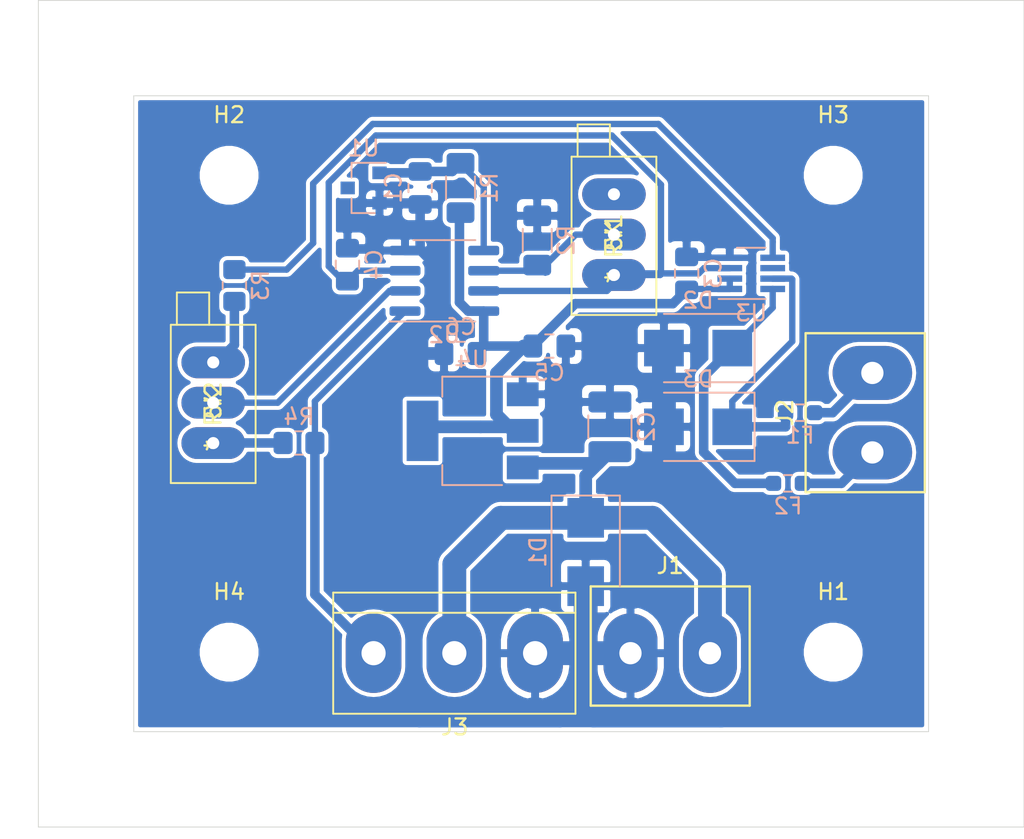
<source format=kicad_pcb>
(kicad_pcb (version 20171130) (host pcbnew 5.1.10)

  (general
    (thickness 1.6)
    (drawings 10)
    (tracks 133)
    (zones 0)
    (modules 28)
    (nets 16)
  )

  (page A4)
  (layers
    (0 F.Cu jumper)
    (31 B.Cu signal)
    (32 B.Adhes user)
    (33 F.Adhes user)
    (34 B.Paste user)
    (35 F.Paste user)
    (36 B.SilkS user)
    (37 F.SilkS user)
    (38 B.Mask user)
    (39 F.Mask user)
    (40 Dwgs.User user)
    (41 Cmts.User user)
    (42 Eco1.User user)
    (43 Eco2.User user)
    (44 Edge.Cuts user)
    (45 Margin user)
    (46 B.CrtYd user)
    (47 F.CrtYd user)
    (48 B.Fab user)
    (49 F.Fab user)
  )

  (setup
    (last_trace_width 0.3)
    (user_trace_width 0.3)
    (user_trace_width 0.4)
    (user_trace_width 0.6)
    (user_trace_width 0.8)
    (user_trace_width 1)
    (user_trace_width 1.5)
    (trace_clearance 0.25)
    (zone_clearance 0.25)
    (zone_45_only no)
    (trace_min 0.3)
    (via_size 1.6)
    (via_drill 0.7)
    (via_min_size 0.4)
    (via_min_drill 0.3)
    (uvia_size 0.3)
    (uvia_drill 0.1)
    (uvias_allowed no)
    (uvia_min_size 0.2)
    (uvia_min_drill 0.1)
    (edge_width 0.05)
    (segment_width 0.2)
    (pcb_text_width 0.3)
    (pcb_text_size 1.5 1.5)
    (mod_edge_width 0.12)
    (mod_text_size 1 1)
    (mod_text_width 0.15)
    (pad_size 3.2 3.2)
    (pad_drill 3.2)
    (pad_to_mask_clearance 0)
    (aux_axis_origin 0 0)
    (visible_elements FFFFFF7F)
    (pcbplotparams
      (layerselection 0x00044_7ffffffe)
      (usegerberextensions false)
      (usegerberattributes true)
      (usegerberadvancedattributes true)
      (creategerberjobfile false)
      (excludeedgelayer false)
      (linewidth 0.100000)
      (plotframeref false)
      (viasonmask true)
      (mode 1)
      (useauxorigin false)
      (hpglpennumber 1)
      (hpglpenspeed 20)
      (hpglpendiameter 15.000000)
      (psnegative false)
      (psa4output false)
      (plotreference true)
      (plotvalue true)
      (plotinvisibletext false)
      (padsonsilk false)
      (subtractmaskfromsilk false)
      (outputformat 5)
      (mirror false)
      (drillshape 0)
      (scaleselection 1)
      (outputdirectory "fab"))
  )

  (net 0 "")
  (net 1 GND)
  (net 2 "Net-(C1-Pad1)")
  (net 3 /+12V)
  (net 4 +5V)
  (net 5 "Net-(C4-Pad1)")
  (net 6 "Net-(D2-Pad1)")
  (net 7 "Net-(D3-Pad1)")
  (net 8 /IN-)
  (net 9 /IN+)
  (net 10 /out)
  (net 11 "Net-(R2-Pad1)")
  (net 12 "Net-(R3-Pad2)")
  (net 13 "Net-(R3-Pad1)")
  (net 14 "Net-(R4-Pad2)")
  (net 15 "Net-(RV2-Pad2)")

  (net_class Default "This is the default net class."
    (clearance 0.25)
    (trace_width 0.3)
    (via_dia 1.6)
    (via_drill 0.7)
    (uvia_dia 0.3)
    (uvia_drill 0.1)
    (diff_pair_width 0.4)
    (diff_pair_gap 0.25)
    (add_net +5V)
    (add_net /+12V)
    (add_net /IN+)
    (add_net /IN-)
    (add_net /out)
    (add_net GND)
    (add_net "Net-(C1-Pad1)")
    (add_net "Net-(C4-Pad1)")
    (add_net "Net-(D2-Pad1)")
    (add_net "Net-(D3-Pad1)")
    (add_net "Net-(R2-Pad1)")
    (add_net "Net-(R3-Pad1)")
    (add_net "Net-(R3-Pad2)")
    (add_net "Net-(R4-Pad2)")
    (add_net "Net-(RV2-Pad2)")
  )

  (module Resistor_SMD:R_0805_2012Metric_Pad1.20x1.40mm_HandSolder (layer B.Cu) (tedit 5F68FEEE) (tstamp 61A66BDF)
    (at 120.396 116.84 180)
    (descr "Resistor SMD 0805 (2012 Metric), square (rectangular) end terminal, IPC_7351 nominal with elongated pad for handsoldering. (Body size source: IPC-SM-782 page 72, https://www.pcb-3d.com/wordpress/wp-content/uploads/ipc-sm-782a_amendment_1_and_2.pdf), generated with kicad-footprint-generator")
    (tags "resistor handsolder")
    (path /613F4082)
    (attr smd)
    (fp_text reference R4 (at 0 1.65) (layer B.SilkS)
      (effects (font (size 1 1) (thickness 0.15)) (justify mirror))
    )
    (fp_text value 12K (at 0 -1.65) (layer B.Fab)
      (effects (font (size 1 1) (thickness 0.15)) (justify mirror))
    )
    (fp_line (start 1.85 -0.95) (end -1.85 -0.95) (layer B.CrtYd) (width 0.05))
    (fp_line (start 1.85 0.95) (end 1.85 -0.95) (layer B.CrtYd) (width 0.05))
    (fp_line (start -1.85 0.95) (end 1.85 0.95) (layer B.CrtYd) (width 0.05))
    (fp_line (start -1.85 -0.95) (end -1.85 0.95) (layer B.CrtYd) (width 0.05))
    (fp_line (start -0.227064 -0.735) (end 0.227064 -0.735) (layer B.SilkS) (width 0.12))
    (fp_line (start -0.227064 0.735) (end 0.227064 0.735) (layer B.SilkS) (width 0.12))
    (fp_line (start 1 -0.625) (end -1 -0.625) (layer B.Fab) (width 0.1))
    (fp_line (start 1 0.625) (end 1 -0.625) (layer B.Fab) (width 0.1))
    (fp_line (start -1 0.625) (end 1 0.625) (layer B.Fab) (width 0.1))
    (fp_line (start -1 -0.625) (end -1 0.625) (layer B.Fab) (width 0.1))
    (fp_text user %R (at 0 0) (layer B.Fab)
      (effects (font (size 0.5 0.5) (thickness 0.08)) (justify mirror))
    )
    (pad 1 smd roundrect (at -1 0 180) (size 1.2 1.4) (layers B.Cu B.Paste B.Mask) (roundrect_rratio 0.2083325)
      (net 10 /out))
    (pad 2 smd roundrect (at 1 0 180) (size 1.2 1.4) (layers B.Cu B.Paste B.Mask) (roundrect_rratio 0.2083325)
      (net 14 "Net-(R4-Pad2)"))
    (model ${KISYS3DMOD}/Resistor_SMD.3dshapes/R_0805_2012Metric.wrl
      (at (xyz 0 0 0))
      (scale (xyz 1 1 1))
      (rotate (xyz 0 0 0))
    )
  )

  (module Capacitor_SMD:C_0805_2012Metric_Pad1.18x1.45mm_HandSolder (layer B.Cu) (tedit 5F68FEEF) (tstamp 61AA1AAE)
    (at 136.144 110.744)
    (descr "Capacitor SMD 0805 (2012 Metric), square (rectangular) end terminal, IPC_7351 nominal with elongated pad for handsoldering. (Body size source: IPC-SM-782 page 76, https://www.pcb-3d.com/wordpress/wp-content/uploads/ipc-sm-782a_amendment_1_and_2.pdf, https://docs.google.com/spreadsheets/d/1BsfQQcO9C6DZCsRaXUlFlo91Tg2WpOkGARC1WS5S8t0/edit?usp=sharing), generated with kicad-footprint-generator")
    (tags "capacitor handsolder")
    (path /613A3D50)
    (attr smd)
    (fp_text reference C5 (at 0 1.68) (layer B.SilkS)
      (effects (font (size 1 1) (thickness 0.15)) (justify mirror))
    )
    (fp_text value 10µ (at 0 -1.68) (layer B.Fab)
      (effects (font (size 1 1) (thickness 0.15)) (justify mirror))
    )
    (fp_line (start -1 -0.625) (end -1 0.625) (layer B.Fab) (width 0.1))
    (fp_line (start -1 0.625) (end 1 0.625) (layer B.Fab) (width 0.1))
    (fp_line (start 1 0.625) (end 1 -0.625) (layer B.Fab) (width 0.1))
    (fp_line (start 1 -0.625) (end -1 -0.625) (layer B.Fab) (width 0.1))
    (fp_line (start -0.261252 0.735) (end 0.261252 0.735) (layer B.SilkS) (width 0.12))
    (fp_line (start -0.261252 -0.735) (end 0.261252 -0.735) (layer B.SilkS) (width 0.12))
    (fp_line (start -1.88 -0.98) (end -1.88 0.98) (layer B.CrtYd) (width 0.05))
    (fp_line (start -1.88 0.98) (end 1.88 0.98) (layer B.CrtYd) (width 0.05))
    (fp_line (start 1.88 0.98) (end 1.88 -0.98) (layer B.CrtYd) (width 0.05))
    (fp_line (start 1.88 -0.98) (end -1.88 -0.98) (layer B.CrtYd) (width 0.05))
    (fp_text user %R (at 0 0) (layer B.Fab)
      (effects (font (size 0.5 0.5) (thickness 0.08)) (justify mirror))
    )
    (pad 2 smd roundrect (at 1.0375 0) (size 1.175 1.45) (layers B.Cu B.Paste B.Mask) (roundrect_rratio 0.2127659574468085)
      (net 1 GND))
    (pad 1 smd roundrect (at -1.0375 0) (size 1.175 1.45) (layers B.Cu B.Paste B.Mask) (roundrect_rratio 0.2127659574468085)
      (net 4 +5V))
    (model ${KISYS3DMOD}/Capacitor_SMD.3dshapes/C_0805_2012Metric.wrl
      (at (xyz 0 0 0))
      (scale (xyz 1 1 1))
      (rotate (xyz 0 0 0))
    )
  )

  (module TerminalBlock:TerminalBlock_bornier-3_P5.08mm (layer F.Cu) (tedit 61A5FC08) (tstamp 61A6EBA3)
    (at 135.247 130.063 180)
    (descr "simple 3-pin terminal block, pitch 5.08mm, revamped version of bornier3")
    (tags "terminal block bornier3")
    (path /61408E5D)
    (fp_text reference J3 (at 5.05 -4.65) (layer F.SilkS)
      (effects (font (size 1 1) (thickness 0.15)))
    )
    (fp_text value Screw_Terminal_01x03 (at 5.08 5.08) (layer F.Fab)
      (effects (font (size 1 1) (thickness 0.15)))
    )
    (fp_line (start -2.47 2.55) (end 12.63 2.55) (layer F.Fab) (width 0.1))
    (fp_line (start -2.47 -3.75) (end 12.63 -3.75) (layer F.Fab) (width 0.1))
    (fp_line (start 12.63 -3.75) (end 12.63 3.75) (layer F.Fab) (width 0.1))
    (fp_line (start 12.63 3.75) (end -2.47 3.75) (layer F.Fab) (width 0.1))
    (fp_line (start -2.47 3.75) (end -2.47 -3.75) (layer F.Fab) (width 0.1))
    (fp_line (start -2.54 3.81) (end -2.54 -3.81) (layer F.SilkS) (width 0.12))
    (fp_line (start 12.7 3.81) (end 12.7 -3.81) (layer F.SilkS) (width 0.12))
    (fp_line (start -2.54 2.54) (end 12.7 2.54) (layer F.SilkS) (width 0.12))
    (fp_line (start -2.54 -3.81) (end 12.7 -3.81) (layer F.SilkS) (width 0.12))
    (fp_line (start -2.54 3.81) (end 12.7 3.81) (layer F.SilkS) (width 0.12))
    (fp_line (start -2.72 -4) (end 12.88 -4) (layer F.CrtYd) (width 0.05))
    (fp_line (start -2.72 -4) (end -2.72 4) (layer F.CrtYd) (width 0.05))
    (fp_line (start 12.88 4) (end 12.88 -4) (layer F.CrtYd) (width 0.05))
    (fp_line (start 12.88 4) (end -2.72 4) (layer F.CrtYd) (width 0.05))
    (fp_text user %R (at 5.08 0) (layer F.Fab)
      (effects (font (size 1 1) (thickness 0.15)))
    )
    (pad 3 thru_hole oval (at 10.16 0 180) (size 3.5 5) (drill 1.52) (layers *.Cu *.Mask)
      (net 10 /out))
    (pad 2 thru_hole oval (at 5.08 0 180) (size 3.5 5) (drill 1.52) (layers *.Cu *.Mask)
      (net 3 /+12V))
    (pad 1 thru_hole oval (at 0 0 180) (size 3.5 5) (drill 1.52) (layers *.Cu *.Mask)
      (net 1 GND))
    (model ${KISYS3DMOD}/TerminalBlock.3dshapes/TerminalBlock_bornier-3_P5.08mm.wrl
      (offset (xyz 5.079999923706055 0 0))
      (scale (xyz 1 1 1))
      (rotate (xyz 0 0 0))
    )
  )

  (module Diode_SMD:D_SMB (layer B.Cu) (tedit 58645DF3) (tstamp 61A66AF3)
    (at 138.43 123.698 270)
    (descr "Diode SMB (DO-214AA)")
    (tags "Diode SMB (DO-214AA)")
    (path /6139DE20)
    (attr smd)
    (fp_text reference D1 (at 0 3 90) (layer B.SilkS)
      (effects (font (size 1 1) (thickness 0.15)) (justify mirror))
    )
    (fp_text value SMBJ16A (at 0 -3.1 90) (layer B.Fab)
      (effects (font (size 1 1) (thickness 0.15)) (justify mirror))
    )
    (fp_line (start -3.55 2.15) (end -3.55 -2.15) (layer B.SilkS) (width 0.12))
    (fp_line (start 2.3 -2) (end -2.3 -2) (layer B.Fab) (width 0.1))
    (fp_line (start -2.3 -2) (end -2.3 2) (layer B.Fab) (width 0.1))
    (fp_line (start 2.3 2) (end 2.3 -2) (layer B.Fab) (width 0.1))
    (fp_line (start 2.3 2) (end -2.3 2) (layer B.Fab) (width 0.1))
    (fp_line (start -3.65 2.25) (end 3.65 2.25) (layer B.CrtYd) (width 0.05))
    (fp_line (start 3.65 2.25) (end 3.65 -2.25) (layer B.CrtYd) (width 0.05))
    (fp_line (start 3.65 -2.25) (end -3.65 -2.25) (layer B.CrtYd) (width 0.05))
    (fp_line (start -3.65 -2.25) (end -3.65 2.25) (layer B.CrtYd) (width 0.05))
    (fp_line (start -0.64944 -0.00102) (end -1.55114 -0.00102) (layer B.Fab) (width 0.1))
    (fp_line (start 0.50118 -0.00102) (end 1.4994 -0.00102) (layer B.Fab) (width 0.1))
    (fp_line (start -0.64944 0.79908) (end -0.64944 -0.80112) (layer B.Fab) (width 0.1))
    (fp_line (start 0.50118 -0.75032) (end 0.50118 0.79908) (layer B.Fab) (width 0.1))
    (fp_line (start -0.64944 -0.00102) (end 0.50118 -0.75032) (layer B.Fab) (width 0.1))
    (fp_line (start -0.64944 -0.00102) (end 0.50118 0.79908) (layer B.Fab) (width 0.1))
    (fp_line (start -3.55 -2.15) (end 2.15 -2.15) (layer B.SilkS) (width 0.12))
    (fp_line (start -3.55 2.15) (end 2.15 2.15) (layer B.SilkS) (width 0.12))
    (fp_text user %R (at 0 3 90) (layer B.Fab)
      (effects (font (size 1 1) (thickness 0.15)) (justify mirror))
    )
    (pad 2 smd rect (at 2.15 0 270) (size 2.5 2.3) (layers B.Cu B.Paste B.Mask)
      (net 1 GND))
    (pad 1 smd rect (at -2.15 0 270) (size 2.5 2.3) (layers B.Cu B.Paste B.Mask)
      (net 3 /+12V))
    (model ${KISYS3DMOD}/Diode_SMD.3dshapes/D_SMB.wrl
      (at (xyz 0 0 0))
      (scale (xyz 1 1 1))
      (rotate (xyz 0 0 0))
    )
  )

  (module Diode_SMD:D_SMB (layer B.Cu) (tedit 58645DF3) (tstamp 61A66B0B)
    (at 145.502 110.871 180)
    (descr "Diode SMB (DO-214AA)")
    (tags "Diode SMB (DO-214AA)")
    (path /6139F6F9)
    (attr smd)
    (fp_text reference D2 (at 0 3) (layer B.SilkS)
      (effects (font (size 1 1) (thickness 0.15)) (justify mirror))
    )
    (fp_text value SMBJ16A (at 0 -3.1) (layer B.Fab)
      (effects (font (size 1 1) (thickness 0.15)) (justify mirror))
    )
    (fp_line (start -3.55 2.15) (end -3.55 -2.15) (layer B.SilkS) (width 0.12))
    (fp_line (start 2.3 -2) (end -2.3 -2) (layer B.Fab) (width 0.1))
    (fp_line (start -2.3 -2) (end -2.3 2) (layer B.Fab) (width 0.1))
    (fp_line (start 2.3 2) (end 2.3 -2) (layer B.Fab) (width 0.1))
    (fp_line (start 2.3 2) (end -2.3 2) (layer B.Fab) (width 0.1))
    (fp_line (start -3.65 2.25) (end 3.65 2.25) (layer B.CrtYd) (width 0.05))
    (fp_line (start 3.65 2.25) (end 3.65 -2.25) (layer B.CrtYd) (width 0.05))
    (fp_line (start 3.65 -2.25) (end -3.65 -2.25) (layer B.CrtYd) (width 0.05))
    (fp_line (start -3.65 -2.25) (end -3.65 2.25) (layer B.CrtYd) (width 0.05))
    (fp_line (start -0.64944 -0.00102) (end -1.55114 -0.00102) (layer B.Fab) (width 0.1))
    (fp_line (start 0.50118 -0.00102) (end 1.4994 -0.00102) (layer B.Fab) (width 0.1))
    (fp_line (start -0.64944 0.79908) (end -0.64944 -0.80112) (layer B.Fab) (width 0.1))
    (fp_line (start 0.50118 -0.75032) (end 0.50118 0.79908) (layer B.Fab) (width 0.1))
    (fp_line (start -0.64944 -0.00102) (end 0.50118 -0.75032) (layer B.Fab) (width 0.1))
    (fp_line (start -0.64944 -0.00102) (end 0.50118 0.79908) (layer B.Fab) (width 0.1))
    (fp_line (start -3.55 -2.15) (end 2.15 -2.15) (layer B.SilkS) (width 0.12))
    (fp_line (start -3.55 2.15) (end 2.15 2.15) (layer B.SilkS) (width 0.12))
    (fp_text user %R (at 0 3) (layer B.Fab)
      (effects (font (size 1 1) (thickness 0.15)) (justify mirror))
    )
    (pad 2 smd rect (at 2.15 0 180) (size 2.5 2.3) (layers B.Cu B.Paste B.Mask)
      (net 1 GND))
    (pad 1 smd rect (at -2.15 0 180) (size 2.5 2.3) (layers B.Cu B.Paste B.Mask)
      (net 6 "Net-(D2-Pad1)"))
    (model ${KISYS3DMOD}/Diode_SMD.3dshapes/D_SMB.wrl
      (at (xyz 0 0 0))
      (scale (xyz 1 1 1))
      (rotate (xyz 0 0 0))
    )
  )

  (module local:T93XA (layer F.Cu) (tedit 61A5FB78) (tstamp 61A67284)
    (at 140.208 106.426 270)
    (path /61373F2C)
    (fp_text reference RV1 (at -2.6162 0 90) (layer F.SilkS)
      (effects (font (size 1 1) (thickness 0.15)))
    )
    (fp_text value 5K (at -2.6162 0 90) (layer F.SilkS)
      (effects (font (size 1 1) (thickness 0.15)))
    )
    (fp_line (start 2.4892 3.048) (end -9.7536 3.048) (layer F.CrtYd) (width 0.05))
    (fp_line (start 2.4892 -3.048) (end 2.4892 3.048) (layer F.CrtYd) (width 0.05))
    (fp_line (start -9.7536 -3.048) (end 2.4892 -3.048) (layer F.CrtYd) (width 0.05))
    (fp_line (start -9.7536 3.048) (end -9.7536 -3.048) (layer F.CrtYd) (width 0.05))
    (fp_line (start -7.4676 -2.54) (end -7.4676 2.54) (layer F.Fab) (width 0.1))
    (fp_line (start 2.2352 -2.54) (end -7.4676 -2.54) (layer F.Fab) (width 0.1))
    (fp_line (start 2.2352 2.54) (end 2.2352 -2.54) (layer F.Fab) (width 0.1))
    (fp_line (start -7.4676 2.54) (end 2.2352 2.54) (layer F.Fab) (width 0.1))
    (fp_line (start -7.5946 -2.667) (end -7.5946 2.667) (layer F.SilkS) (width 0.12))
    (fp_line (start 2.3622 -2.667) (end -7.5946 -2.667) (layer F.SilkS) (width 0.12))
    (fp_line (start 2.3622 2.667) (end 2.3622 -2.667) (layer F.SilkS) (width 0.12))
    (fp_line (start -7.5946 2.667) (end 2.3622 2.667) (layer F.SilkS) (width 0.12))
    (fp_line (start -9.6266 0.254) (end -7.5946 0.254) (layer F.SilkS) (width 0.12))
    (fp_line (start -9.6266 2.286) (end -9.6266 0.254) (layer F.SilkS) (width 0.12))
    (fp_line (start -7.5946 2.286) (end -9.6266 2.286) (layer F.SilkS) (width 0.12))
    (fp_line (start -9.4996 0.381) (end -7.4676 0.381) (layer F.Fab) (width 0.1))
    (fp_line (start -9.4996 2.159) (end -9.4996 0.381) (layer F.Fab) (width 0.1))
    (fp_line (start -7.4676 2.159) (end -9.4996 2.159) (layer F.Fab) (width 0.1))
    (fp_text user * (at 0 0 90) (layer F.Fab)
      (effects (font (size 1 1) (thickness 0.15)))
    )
    (fp_text user * (at 0 0 90) (layer F.SilkS)
      (effects (font (size 1 1) (thickness 0.15)))
    )
    (fp_text user "Copyright 2021 Accelerated Designs. All rights reserved." (at 0 0 90) (layer Cmts.User)
      (effects (font (size 0.127 0.127) (thickness 0.002)))
    )
    (pad 3 thru_hole oval (at -0.1524 0 270) (size 2 4) (drill 0.762) (layers *.Cu *.Mask)
      (net 5 "Net-(C4-Pad1)"))
    (pad 2 thru_hole oval (at -2.6924 0 270) (size 2 4) (drill 0.762) (layers *.Cu *.Mask)
      (net 11 "Net-(R2-Pad1)"))
    (pad 1 thru_hole oval (at -5.2324 0 270) (size 2 4) (drill 0.762) (layers *.Cu *.Mask))
  )

  (module Package_TO_SOT_SMD:SOT-23-8_Handsoldering (layer B.Cu) (tedit 5A0AB76C) (tstamp 61A66C5E)
    (at 148.844 106.172)
    (descr "8-pin SOT-23 package, Handsoldering, http://www.analog.com/media/en/package-pcb-resources/package/pkg_pdf/sot-23rj/rj_8.pdf")
    (tags "SOT-23-8 Handsoldering")
    (path /6134FDBA)
    (attr smd)
    (fp_text reference U3 (at 0 2.5) (layer B.SilkS)
      (effects (font (size 1 1) (thickness 0.15)) (justify mirror))
    )
    (fp_text value INA186A2 (at 0 -2.5) (layer B.Fab)
      (effects (font (size 1 1) (thickness 0.15)) (justify mirror))
    )
    (fp_line (start -0.9 -1.61) (end 0.9 -1.61) (layer B.SilkS) (width 0.12))
    (fp_line (start 0.9 1.61) (end -2.05 1.61) (layer B.SilkS) (width 0.12))
    (fp_line (start -2.4 -1.8) (end -2.4 1.8) (layer B.CrtYd) (width 0.05))
    (fp_line (start 2.4 -1.8) (end -2.4 -1.8) (layer B.CrtYd) (width 0.05))
    (fp_line (start 2.4 1.8) (end 2.4 -1.8) (layer B.CrtYd) (width 0.05))
    (fp_line (start -2.4 1.8) (end 2.4 1.8) (layer B.CrtYd) (width 0.05))
    (fp_line (start -0.9 0.9) (end -0.25 1.55) (layer B.Fab) (width 0.1))
    (fp_line (start 0.9 1.55) (end -0.25 1.55) (layer B.Fab) (width 0.1))
    (fp_line (start -0.9 0.9) (end -0.9 -1.55) (layer B.Fab) (width 0.1))
    (fp_line (start 0.9 -1.55) (end -0.9 -1.55) (layer B.Fab) (width 0.1))
    (fp_line (start 0.9 1.55) (end 0.9 -1.55) (layer B.Fab) (width 0.1))
    (fp_text user %R (at 0 0 270) (layer B.Fab)
      (effects (font (size 0.5 0.5) (thickness 0.075)) (justify mirror))
    )
    (pad 8 smd rect (at 1.35 0.98) (size 1.56 0.4) (layers B.Cu B.Paste B.Mask)
      (net 6 "Net-(D2-Pad1)"))
    (pad 7 smd rect (at 1.35 0.33) (size 1.56 0.4) (layers B.Cu B.Paste B.Mask)
      (net 7 "Net-(D3-Pad1)"))
    (pad 6 smd rect (at 1.35 -0.33) (size 1.56 0.4) (layers B.Cu B.Paste B.Mask))
    (pad 5 smd rect (at 1.35 -0.98) (size 1.56 0.4) (layers B.Cu B.Paste B.Mask)
      (net 12 "Net-(R3-Pad2)"))
    (pad 4 smd rect (at -1.35 -0.98) (size 1.56 0.4) (layers B.Cu B.Paste B.Mask)
      (net 1 GND))
    (pad 3 smd rect (at -1.35 -0.33) (size 1.56 0.4) (layers B.Cu B.Paste B.Mask)
      (net 5 "Net-(C4-Pad1)"))
    (pad 2 smd rect (at -1.35 0.33) (size 1.56 0.4) (layers B.Cu B.Paste B.Mask)
      (net 4 +5V))
    (pad 1 smd rect (at -1.35 0.98) (size 1.56 0.4) (layers B.Cu B.Paste B.Mask)
      (net 4 +5V))
    (model ${KISYS3DMOD}/Package_TO_SOT_SMD.3dshapes/SOT-23-8.wrl
      (at (xyz 0 0 0))
      (scale (xyz 1 1 1))
      (rotate (xyz 0 0 0))
    )
  )

  (module Capacitor_SMD:C_0805_2012Metric_Pad1.18x1.45mm_HandSolder (layer B.Cu) (tedit 5F68FEEF) (tstamp 61A66AA8)
    (at 144.78 106.172 90)
    (descr "Capacitor SMD 0805 (2012 Metric), square (rectangular) end terminal, IPC_7351 nominal with elongated pad for handsoldering. (Body size source: IPC-SM-782 page 76, https://www.pcb-3d.com/wordpress/wp-content/uploads/ipc-sm-782a_amendment_1_and_2.pdf, https://docs.google.com/spreadsheets/d/1BsfQQcO9C6DZCsRaXUlFlo91Tg2WpOkGARC1WS5S8t0/edit?usp=sharing), generated with kicad-footprint-generator")
    (tags "capacitor handsolder")
    (path /613A234C)
    (attr smd)
    (fp_text reference C3 (at 0 1.68 90) (layer B.SilkS)
      (effects (font (size 1 1) (thickness 0.15)) (justify mirror))
    )
    (fp_text value 100n (at 0 -1.68 90) (layer B.Fab)
      (effects (font (size 1 1) (thickness 0.15)) (justify mirror))
    )
    (fp_line (start -1 -0.625) (end -1 0.625) (layer B.Fab) (width 0.1))
    (fp_line (start -1 0.625) (end 1 0.625) (layer B.Fab) (width 0.1))
    (fp_line (start 1 0.625) (end 1 -0.625) (layer B.Fab) (width 0.1))
    (fp_line (start 1 -0.625) (end -1 -0.625) (layer B.Fab) (width 0.1))
    (fp_line (start -0.261252 0.735) (end 0.261252 0.735) (layer B.SilkS) (width 0.12))
    (fp_line (start -0.261252 -0.735) (end 0.261252 -0.735) (layer B.SilkS) (width 0.12))
    (fp_line (start -1.88 -0.98) (end -1.88 0.98) (layer B.CrtYd) (width 0.05))
    (fp_line (start -1.88 0.98) (end 1.88 0.98) (layer B.CrtYd) (width 0.05))
    (fp_line (start 1.88 0.98) (end 1.88 -0.98) (layer B.CrtYd) (width 0.05))
    (fp_line (start 1.88 -0.98) (end -1.88 -0.98) (layer B.CrtYd) (width 0.05))
    (fp_text user %R (at 0 0 90) (layer B.Fab)
      (effects (font (size 0.5 0.5) (thickness 0.08)) (justify mirror))
    )
    (pad 2 smd roundrect (at 1.0375 0 90) (size 1.175 1.45) (layers B.Cu B.Paste B.Mask) (roundrect_rratio 0.2127659574468085)
      (net 1 GND))
    (pad 1 smd roundrect (at -1.0375 0 90) (size 1.175 1.45) (layers B.Cu B.Paste B.Mask) (roundrect_rratio 0.2127659574468085)
      (net 4 +5V))
    (model ${KISYS3DMOD}/Capacitor_SMD.3dshapes/C_0805_2012Metric.wrl
      (at (xyz 0 0 0))
      (scale (xyz 1 1 1))
      (rotate (xyz 0 0 0))
    )
  )

  (module MountingHole:MountingHole_3.2mm_M3_DIN965 (layer F.Cu) (tedit 56D1B4CB) (tstamp 61A66B55)
    (at 116 100)
    (descr "Mounting Hole 3.2mm, no annular, M3, DIN965")
    (tags "mounting hole 3.2mm no annular m3 din965")
    (path /61A650E0)
    (attr virtual)
    (fp_text reference H2 (at 0 -3.8) (layer F.SilkS)
      (effects (font (size 1 1) (thickness 0.15)))
    )
    (fp_text value MountingHole (at 0 3.8) (layer F.Fab)
      (effects (font (size 1 1) (thickness 0.15)))
    )
    (fp_circle (center 0 0) (end 2.8 0) (layer Cmts.User) (width 0.15))
    (fp_circle (center 0 0) (end 3.05 0) (layer F.CrtYd) (width 0.05))
    (fp_text user %R (at 0.3 0) (layer F.Fab)
      (effects (font (size 1 1) (thickness 0.15)))
    )
    (pad 1 np_thru_hole circle (at 0 0) (size 3.2 3.2) (drill 3.2) (layers *.Cu *.Mask))
  )

  (module Resistor_SMD:R_1206_3216Metric_Pad1.30x1.75mm_HandSolder (layer B.Cu) (tedit 5F68FEEE) (tstamp 61A6E898)
    (at 130.556 100.798 90)
    (descr "Resistor SMD 1206 (3216 Metric), square (rectangular) end terminal, IPC_7351 nominal with elongated pad for handsoldering. (Body size source: IPC-SM-782 page 72, https://www.pcb-3d.com/wordpress/wp-content/uploads/ipc-sm-782a_amendment_1_and_2.pdf), generated with kicad-footprint-generator")
    (tags "resistor handsolder")
    (path /6137ADB2)
    (attr smd)
    (fp_text reference R1 (at 0 1.82 90) (layer B.SilkS)
      (effects (font (size 1 1) (thickness 0.15)) (justify mirror))
    )
    (fp_text value 10K (at 0 -1.82 90) (layer B.Fab)
      (effects (font (size 1 1) (thickness 0.15)) (justify mirror))
    )
    (fp_line (start -1.6 -0.8) (end -1.6 0.8) (layer B.Fab) (width 0.1))
    (fp_line (start -1.6 0.8) (end 1.6 0.8) (layer B.Fab) (width 0.1))
    (fp_line (start 1.6 0.8) (end 1.6 -0.8) (layer B.Fab) (width 0.1))
    (fp_line (start 1.6 -0.8) (end -1.6 -0.8) (layer B.Fab) (width 0.1))
    (fp_line (start -0.727064 0.91) (end 0.727064 0.91) (layer B.SilkS) (width 0.12))
    (fp_line (start -0.727064 -0.91) (end 0.727064 -0.91) (layer B.SilkS) (width 0.12))
    (fp_line (start -2.45 -1.12) (end -2.45 1.12) (layer B.CrtYd) (width 0.05))
    (fp_line (start -2.45 1.12) (end 2.45 1.12) (layer B.CrtYd) (width 0.05))
    (fp_line (start 2.45 1.12) (end 2.45 -1.12) (layer B.CrtYd) (width 0.05))
    (fp_line (start 2.45 -1.12) (end -2.45 -1.12) (layer B.CrtYd) (width 0.05))
    (fp_text user %R (at 0 0 90) (layer B.Fab)
      (effects (font (size 0.8 0.8) (thickness 0.12)) (justify mirror))
    )
    (pad 2 smd roundrect (at 1.55 0 90) (size 1.3 1.75) (layers B.Cu B.Paste B.Mask) (roundrect_rratio 0.1923069230769231)
      (net 2 "Net-(C1-Pad1)"))
    (pad 1 smd roundrect (at -1.55 0 90) (size 1.3 1.75) (layers B.Cu B.Paste B.Mask) (roundrect_rratio 0.1923069230769231)
      (net 4 +5V))
    (model ${KISYS3DMOD}/Resistor_SMD.3dshapes/R_1206_3216Metric.wrl
      (at (xyz 0 0 0))
      (scale (xyz 1 1 1))
      (rotate (xyz 0 0 0))
    )
  )

  (module local:T93XA (layer F.Cu) (tedit 61A5FC45) (tstamp 61A66C17)
    (at 115 117 270)
    (path /613C21C3)
    (fp_text reference RV2 (at -2.6162 0 90) (layer F.SilkS)
      (effects (font (size 1 1) (thickness 0.15)))
    )
    (fp_text value 5K (at -2.6162 0 90) (layer F.SilkS)
      (effects (font (size 1 1) (thickness 0.15)))
    )
    (fp_line (start 2.4892 3.048) (end -9.7536 3.048) (layer F.CrtYd) (width 0.05))
    (fp_line (start 2.4892 -3.048) (end 2.4892 3.048) (layer F.CrtYd) (width 0.05))
    (fp_line (start -9.7536 -3.048) (end 2.4892 -3.048) (layer F.CrtYd) (width 0.05))
    (fp_line (start -9.7536 3.048) (end -9.7536 -3.048) (layer F.CrtYd) (width 0.05))
    (fp_line (start -7.4676 -2.54) (end -7.4676 2.54) (layer F.Fab) (width 0.1))
    (fp_line (start 2.2352 -2.54) (end -7.4676 -2.54) (layer F.Fab) (width 0.1))
    (fp_line (start 2.2352 2.54) (end 2.2352 -2.54) (layer F.Fab) (width 0.1))
    (fp_line (start -7.4676 2.54) (end 2.2352 2.54) (layer F.Fab) (width 0.1))
    (fp_line (start -7.5946 -2.667) (end -7.5946 2.667) (layer F.SilkS) (width 0.12))
    (fp_line (start 2.3622 -2.667) (end -7.5946 -2.667) (layer F.SilkS) (width 0.12))
    (fp_line (start 2.3622 2.667) (end 2.3622 -2.667) (layer F.SilkS) (width 0.12))
    (fp_line (start -7.5946 2.667) (end 2.3622 2.667) (layer F.SilkS) (width 0.12))
    (fp_line (start -9.6266 0.254) (end -7.5946 0.254) (layer F.SilkS) (width 0.12))
    (fp_line (start -9.6266 2.286) (end -9.6266 0.254) (layer F.SilkS) (width 0.12))
    (fp_line (start -7.5946 2.286) (end -9.6266 2.286) (layer F.SilkS) (width 0.12))
    (fp_line (start -9.4996 0.381) (end -7.4676 0.381) (layer F.Fab) (width 0.1))
    (fp_line (start -9.4996 2.159) (end -9.4996 0.381) (layer F.Fab) (width 0.1))
    (fp_line (start -7.4676 2.159) (end -9.4996 2.159) (layer F.Fab) (width 0.1))
    (fp_text user * (at 0 0 90) (layer F.Fab)
      (effects (font (size 1 1) (thickness 0.15)))
    )
    (fp_text user * (at 0 0 90) (layer F.SilkS)
      (effects (font (size 1 1) (thickness 0.15)))
    )
    (fp_text user "Copyright 2021 Accelerated Designs. All rights reserved." (at 0 0 90) (layer Cmts.User)
      (effects (font (size 0.127 0.127) (thickness 0.002)))
    )
    (pad 3 thru_hole oval (at -0.1524 0 270) (size 2 4) (drill 0.762) (layers *.Cu *.Mask)
      (net 14 "Net-(R4-Pad2)"))
    (pad 2 thru_hole oval (at -2.6924 0 270) (size 2 4) (drill 0.762) (layers *.Cu *.Mask)
      (net 15 "Net-(RV2-Pad2)"))
    (pad 1 thru_hole oval (at -5.2324 0 270) (size 2 4) (drill 0.762) (layers *.Cu *.Mask)
      (net 13 "Net-(R3-Pad1)"))
  )

  (module Package_TO_SOT_SMD:SOT-223-3_TabPin2 (layer B.Cu) (tedit 5A02FF57) (tstamp 61A66C74)
    (at 131.318 116.078 180)
    (descr "module CMS SOT223 4 pins")
    (tags "CMS SOT")
    (path /6144C01E)
    (attr smd)
    (fp_text reference U4 (at 0 4.5) (layer B.SilkS)
      (effects (font (size 1 1) (thickness 0.15)) (justify mirror))
    )
    (fp_text value LDL1117S50 (at 0 -4.5) (layer B.Fab)
      (effects (font (size 1 1) (thickness 0.15)) (justify mirror))
    )
    (fp_line (start 1.91 -3.41) (end 1.91 -2.15) (layer B.SilkS) (width 0.12))
    (fp_line (start 1.91 3.41) (end 1.91 2.15) (layer B.SilkS) (width 0.12))
    (fp_line (start 4.4 3.6) (end -4.4 3.6) (layer B.CrtYd) (width 0.05))
    (fp_line (start 4.4 -3.6) (end 4.4 3.6) (layer B.CrtYd) (width 0.05))
    (fp_line (start -4.4 -3.6) (end 4.4 -3.6) (layer B.CrtYd) (width 0.05))
    (fp_line (start -4.4 3.6) (end -4.4 -3.6) (layer B.CrtYd) (width 0.05))
    (fp_line (start -1.85 2.35) (end -0.85 3.35) (layer B.Fab) (width 0.1))
    (fp_line (start -1.85 2.35) (end -1.85 -3.35) (layer B.Fab) (width 0.1))
    (fp_line (start -1.85 -3.41) (end 1.91 -3.41) (layer B.SilkS) (width 0.12))
    (fp_line (start -0.85 3.35) (end 1.85 3.35) (layer B.Fab) (width 0.1))
    (fp_line (start -4.1 3.41) (end 1.91 3.41) (layer B.SilkS) (width 0.12))
    (fp_line (start -1.85 -3.35) (end 1.85 -3.35) (layer B.Fab) (width 0.1))
    (fp_line (start 1.85 3.35) (end 1.85 -3.35) (layer B.Fab) (width 0.1))
    (fp_text user %R (at 0 0 270) (layer B.Fab)
      (effects (font (size 0.8 0.8) (thickness 0.12)) (justify mirror))
    )
    (pad 1 smd rect (at -3.15 2.3 180) (size 2 1.5) (layers B.Cu B.Paste B.Mask)
      (net 1 GND))
    (pad 3 smd rect (at -3.15 -2.3 180) (size 2 1.5) (layers B.Cu B.Paste B.Mask)
      (net 3 /+12V))
    (pad 2 smd rect (at -3.15 0 180) (size 2 1.5) (layers B.Cu B.Paste B.Mask)
      (net 4 +5V))
    (pad 2 smd rect (at 3.15 0 180) (size 2 3.8) (layers B.Cu B.Paste B.Mask)
      (net 4 +5V))
    (model ${KISYS3DMOD}/Package_TO_SOT_SMD.3dshapes/SOT-223.wrl
      (at (xyz 0 0 0))
      (scale (xyz 1 1 1))
      (rotate (xyz 0 0 0))
    )
  )

  (module Package_SO:SOIC-8_3.9x4.9mm_P1.27mm (layer B.Cu) (tedit 5D9F72B1) (tstamp 61A6E7EA)
    (at 129.54 106.64)
    (descr "SOIC, 8 Pin (JEDEC MS-012AA, https://www.analog.com/media/en/package-pcb-resources/package/pkg_pdf/soic_narrow-r/r_8.pdf), generated with kicad-footprint-generator ipc_gullwing_generator.py")
    (tags "SOIC SO")
    (path /6135046A)
    (attr smd)
    (fp_text reference U2 (at 0 3.4) (layer B.SilkS)
      (effects (font (size 1 1) (thickness 0.15)) (justify mirror))
    )
    (fp_text value MCP6007-xSN (at 0 -3.4) (layer B.Fab)
      (effects (font (size 1 1) (thickness 0.15)) (justify mirror))
    )
    (fp_line (start 0 -2.56) (end 1.95 -2.56) (layer B.SilkS) (width 0.12))
    (fp_line (start 0 -2.56) (end -1.95 -2.56) (layer B.SilkS) (width 0.12))
    (fp_line (start 0 2.56) (end 1.95 2.56) (layer B.SilkS) (width 0.12))
    (fp_line (start 0 2.56) (end -3.45 2.56) (layer B.SilkS) (width 0.12))
    (fp_line (start -0.975 2.45) (end 1.95 2.45) (layer B.Fab) (width 0.1))
    (fp_line (start 1.95 2.45) (end 1.95 -2.45) (layer B.Fab) (width 0.1))
    (fp_line (start 1.95 -2.45) (end -1.95 -2.45) (layer B.Fab) (width 0.1))
    (fp_line (start -1.95 -2.45) (end -1.95 1.475) (layer B.Fab) (width 0.1))
    (fp_line (start -1.95 1.475) (end -0.975 2.45) (layer B.Fab) (width 0.1))
    (fp_line (start -3.7 2.7) (end -3.7 -2.7) (layer B.CrtYd) (width 0.05))
    (fp_line (start -3.7 -2.7) (end 3.7 -2.7) (layer B.CrtYd) (width 0.05))
    (fp_line (start 3.7 -2.7) (end 3.7 2.7) (layer B.CrtYd) (width 0.05))
    (fp_line (start 3.7 2.7) (end -3.7 2.7) (layer B.CrtYd) (width 0.05))
    (fp_text user %R (at 0 0) (layer B.Fab)
      (effects (font (size 0.98 0.98) (thickness 0.15)) (justify mirror))
    )
    (pad 8 smd roundrect (at 2.475 1.905) (size 1.95 0.6) (layers B.Cu B.Paste B.Mask) (roundrect_rratio 0.25)
      (net 4 +5V))
    (pad 7 smd roundrect (at 2.475 0.635) (size 1.95 0.6) (layers B.Cu B.Paste B.Mask) (roundrect_rratio 0.25)
      (net 5 "Net-(C4-Pad1)"))
    (pad 6 smd roundrect (at 2.475 -0.635) (size 1.95 0.6) (layers B.Cu B.Paste B.Mask) (roundrect_rratio 0.25)
      (net 11 "Net-(R2-Pad1)"))
    (pad 5 smd roundrect (at 2.475 -1.905) (size 1.95 0.6) (layers B.Cu B.Paste B.Mask) (roundrect_rratio 0.25)
      (net 2 "Net-(C1-Pad1)"))
    (pad 4 smd roundrect (at -2.475 -1.905) (size 1.95 0.6) (layers B.Cu B.Paste B.Mask) (roundrect_rratio 0.25)
      (net 1 GND))
    (pad 3 smd roundrect (at -2.475 -0.635) (size 1.95 0.6) (layers B.Cu B.Paste B.Mask) (roundrect_rratio 0.25)
      (net 5 "Net-(C4-Pad1)"))
    (pad 2 smd roundrect (at -2.475 0.635) (size 1.95 0.6) (layers B.Cu B.Paste B.Mask) (roundrect_rratio 0.25)
      (net 15 "Net-(RV2-Pad2)"))
    (pad 1 smd roundrect (at -2.475 1.905) (size 1.95 0.6) (layers B.Cu B.Paste B.Mask) (roundrect_rratio 0.25)
      (net 10 /out))
    (model ${KISYS3DMOD}/Package_SO.3dshapes/SOIC-8_3.9x4.9mm_P1.27mm.wrl
      (at (xyz 0 0 0))
      (scale (xyz 1 1 1))
      (rotate (xyz 0 0 0))
    )
  )

  (module Package_TO_SOT_SMD:SOT-23 (layer B.Cu) (tedit 5A02FF57) (tstamp 61A6E830)
    (at 124.46 100.798 180)
    (descr "SOT-23, Standard")
    (tags SOT-23)
    (path /61362D4C)
    (attr smd)
    (fp_text reference U1 (at 0 2.5) (layer B.SilkS)
      (effects (font (size 1 1) (thickness 0.15)) (justify mirror))
    )
    (fp_text value LM4040DBZ-2.0 (at 0 -2.5) (layer B.Fab)
      (effects (font (size 1 1) (thickness 0.15)) (justify mirror))
    )
    (fp_line (start -0.7 0.95) (end -0.7 -1.5) (layer B.Fab) (width 0.1))
    (fp_line (start -0.15 1.52) (end 0.7 1.52) (layer B.Fab) (width 0.1))
    (fp_line (start -0.7 0.95) (end -0.15 1.52) (layer B.Fab) (width 0.1))
    (fp_line (start 0.7 1.52) (end 0.7 -1.52) (layer B.Fab) (width 0.1))
    (fp_line (start -0.7 -1.52) (end 0.7 -1.52) (layer B.Fab) (width 0.1))
    (fp_line (start 0.76 -1.58) (end 0.76 -0.65) (layer B.SilkS) (width 0.12))
    (fp_line (start 0.76 1.58) (end 0.76 0.65) (layer B.SilkS) (width 0.12))
    (fp_line (start -1.7 1.75) (end 1.7 1.75) (layer B.CrtYd) (width 0.05))
    (fp_line (start 1.7 1.75) (end 1.7 -1.75) (layer B.CrtYd) (width 0.05))
    (fp_line (start 1.7 -1.75) (end -1.7 -1.75) (layer B.CrtYd) (width 0.05))
    (fp_line (start -1.7 -1.75) (end -1.7 1.75) (layer B.CrtYd) (width 0.05))
    (fp_line (start 0.76 1.58) (end -1.4 1.58) (layer B.SilkS) (width 0.12))
    (fp_line (start 0.76 -1.58) (end -0.7 -1.58) (layer B.SilkS) (width 0.12))
    (fp_text user %R (at 0 0 270) (layer B.Fab)
      (effects (font (size 0.5 0.5) (thickness 0.075)) (justify mirror))
    )
    (pad 3 smd rect (at 1 0 180) (size 0.9 0.8) (layers B.Cu B.Paste B.Mask))
    (pad 2 smd rect (at -1 -0.95 180) (size 0.9 0.8) (layers B.Cu B.Paste B.Mask)
      (net 1 GND))
    (pad 1 smd rect (at -1 0.95 180) (size 0.9 0.8) (layers B.Cu B.Paste B.Mask)
      (net 2 "Net-(C1-Pad1)"))
    (model ${KISYS3DMOD}/Package_TO_SOT_SMD.3dshapes/SOT-23.wrl
      (at (xyz 0 0 0))
      (scale (xyz 1 1 1))
      (rotate (xyz 0 0 0))
    )
  )

  (module Resistor_SMD:R_0805_2012Metric_Pad1.20x1.40mm_HandSolder (layer B.Cu) (tedit 5F68FEEE) (tstamp 61A66BCE)
    (at 116.332 106.934 90)
    (descr "Resistor SMD 0805 (2012 Metric), square (rectangular) end terminal, IPC_7351 nominal with elongated pad for handsoldering. (Body size source: IPC-SM-782 page 72, https://www.pcb-3d.com/wordpress/wp-content/uploads/ipc-sm-782a_amendment_1_and_2.pdf), generated with kicad-footprint-generator")
    (tags "resistor handsolder")
    (path /613C28AF)
    (attr smd)
    (fp_text reference R3 (at 0 1.65 90) (layer B.SilkS)
      (effects (font (size 1 1) (thickness 0.15)) (justify mirror))
    )
    (fp_text value 4K7 (at 0 -1.65 90) (layer B.Fab)
      (effects (font (size 1 1) (thickness 0.15)) (justify mirror))
    )
    (fp_line (start -1 -0.625) (end -1 0.625) (layer B.Fab) (width 0.1))
    (fp_line (start -1 0.625) (end 1 0.625) (layer B.Fab) (width 0.1))
    (fp_line (start 1 0.625) (end 1 -0.625) (layer B.Fab) (width 0.1))
    (fp_line (start 1 -0.625) (end -1 -0.625) (layer B.Fab) (width 0.1))
    (fp_line (start -0.227064 0.735) (end 0.227064 0.735) (layer B.SilkS) (width 0.12))
    (fp_line (start -0.227064 -0.735) (end 0.227064 -0.735) (layer B.SilkS) (width 0.12))
    (fp_line (start -1.85 -0.95) (end -1.85 0.95) (layer B.CrtYd) (width 0.05))
    (fp_line (start -1.85 0.95) (end 1.85 0.95) (layer B.CrtYd) (width 0.05))
    (fp_line (start 1.85 0.95) (end 1.85 -0.95) (layer B.CrtYd) (width 0.05))
    (fp_line (start 1.85 -0.95) (end -1.85 -0.95) (layer B.CrtYd) (width 0.05))
    (fp_text user %R (at 0 0 90) (layer B.Fab)
      (effects (font (size 0.5 0.5) (thickness 0.08)) (justify mirror))
    )
    (pad 2 smd roundrect (at 1 0 90) (size 1.2 1.4) (layers B.Cu B.Paste B.Mask) (roundrect_rratio 0.2083325)
      (net 12 "Net-(R3-Pad2)"))
    (pad 1 smd roundrect (at -1 0 90) (size 1.2 1.4) (layers B.Cu B.Paste B.Mask) (roundrect_rratio 0.2083325)
      (net 13 "Net-(R3-Pad1)"))
    (model ${KISYS3DMOD}/Resistor_SMD.3dshapes/R_0805_2012Metric.wrl
      (at (xyz 0 0 0))
      (scale (xyz 1 1 1))
      (rotate (xyz 0 0 0))
    )
  )

  (module Resistor_SMD:R_1206_3216Metric_Pad1.30x1.75mm_HandSolder (layer B.Cu) (tedit 5F68FEEE) (tstamp 61A6E868)
    (at 135.382 104.1 90)
    (descr "Resistor SMD 1206 (3216 Metric), square (rectangular) end terminal, IPC_7351 nominal with elongated pad for handsoldering. (Body size source: IPC-SM-782 page 72, https://www.pcb-3d.com/wordpress/wp-content/uploads/ipc-sm-782a_amendment_1_and_2.pdf), generated with kicad-footprint-generator")
    (tags "resistor handsolder")
    (path /61369ED9)
    (attr smd)
    (fp_text reference R2 (at 0 1.82 90) (layer B.SilkS)
      (effects (font (size 1 1) (thickness 0.15)) (justify mirror))
    )
    (fp_text value 10K (at 0 -1.82 90) (layer B.Fab)
      (effects (font (size 1 1) (thickness 0.15)) (justify mirror))
    )
    (fp_line (start -1.6 -0.8) (end -1.6 0.8) (layer B.Fab) (width 0.1))
    (fp_line (start -1.6 0.8) (end 1.6 0.8) (layer B.Fab) (width 0.1))
    (fp_line (start 1.6 0.8) (end 1.6 -0.8) (layer B.Fab) (width 0.1))
    (fp_line (start 1.6 -0.8) (end -1.6 -0.8) (layer B.Fab) (width 0.1))
    (fp_line (start -0.727064 0.91) (end 0.727064 0.91) (layer B.SilkS) (width 0.12))
    (fp_line (start -0.727064 -0.91) (end 0.727064 -0.91) (layer B.SilkS) (width 0.12))
    (fp_line (start -2.45 -1.12) (end -2.45 1.12) (layer B.CrtYd) (width 0.05))
    (fp_line (start -2.45 1.12) (end 2.45 1.12) (layer B.CrtYd) (width 0.05))
    (fp_line (start 2.45 1.12) (end 2.45 -1.12) (layer B.CrtYd) (width 0.05))
    (fp_line (start 2.45 -1.12) (end -2.45 -1.12) (layer B.CrtYd) (width 0.05))
    (fp_text user %R (at 0 0 90) (layer B.Fab)
      (effects (font (size 0.8 0.8) (thickness 0.12)) (justify mirror))
    )
    (pad 2 smd roundrect (at 1.55 0 90) (size 1.3 1.75) (layers B.Cu B.Paste B.Mask) (roundrect_rratio 0.1923069230769231)
      (net 1 GND))
    (pad 1 smd roundrect (at -1.55 0 90) (size 1.3 1.75) (layers B.Cu B.Paste B.Mask) (roundrect_rratio 0.1923069230769231)
      (net 11 "Net-(R2-Pad1)"))
    (model ${KISYS3DMOD}/Resistor_SMD.3dshapes/R_1206_3216Metric.wrl
      (at (xyz 0 0 0))
      (scale (xyz 1 1 1))
      (rotate (xyz 0 0 0))
    )
  )

  (module local:MC24356 (layer F.Cu) (tedit 61631A55) (tstamp 61A66B85)
    (at 156.464 114.935 270)
    (path /6135052B)
    (fp_text reference J2 (at 0 5.5 90) (layer F.SilkS)
      (effects (font (size 1 1) (thickness 0.15)))
    )
    (fp_text value Screw_Terminal_01x02 (at 0 -4 90) (layer F.Fab)
      (effects (font (size 1 1) (thickness 0.15)))
    )
    (fp_line (start -5 -3.3) (end 5 -3.3) (layer F.SilkS) (width 0.15))
    (fp_line (start 5 -3.3) (end 5 4.2) (layer F.SilkS) (width 0.15))
    (fp_line (start 5 4.2) (end -5 4.2) (layer F.SilkS) (width 0.15))
    (fp_line (start -5 4.2) (end -5 -3.3) (layer F.SilkS) (width 0.15))
    (fp_line (start -3.5 4.2) (end -3.5 2.7) (layer Dwgs.User) (width 0.12))
    (fp_line (start -3.5 2.7) (end -1.5 2.7) (layer Dwgs.User) (width 0.12))
    (fp_line (start -1.5 2.7) (end -1.5 4.2) (layer Dwgs.User) (width 0.12))
    (fp_line (start 1.5 4.2) (end 1.5 2.7) (layer Dwgs.User) (width 0.12))
    (fp_line (start 1.5 2.7) (end 3.5 2.7) (layer Dwgs.User) (width 0.12))
    (fp_line (start 3.5 2.7) (end 3.5 4.2) (layer Dwgs.User) (width 0.12))
    (pad 2 thru_hole oval (at 2.5 0 270) (size 3.4 5) (drill 1.4) (layers *.Cu *.Mask)
      (net 9 /IN+))
    (pad 1 thru_hole oval (at -2.5 0 270) (size 3.4 5) (drill 1.4) (layers *.Cu *.Mask)
      (net 8 /IN-))
  )

  (module local:MC24356 (layer F.Cu) (tedit 61631A55) (tstamp 61AA0519)
    (at 143.747 130.063 180)
    (path /61351156)
    (fp_text reference J1 (at 0 5.5) (layer F.SilkS)
      (effects (font (size 1 1) (thickness 0.15)))
    )
    (fp_text value Screw_Terminal_01x02 (at 0 -4) (layer F.Fab)
      (effects (font (size 1 1) (thickness 0.15)))
    )
    (fp_line (start -5 -3.3) (end 5 -3.3) (layer F.SilkS) (width 0.15))
    (fp_line (start 5 -3.3) (end 5 4.2) (layer F.SilkS) (width 0.15))
    (fp_line (start 5 4.2) (end -5 4.2) (layer F.SilkS) (width 0.15))
    (fp_line (start -5 4.2) (end -5 -3.3) (layer F.SilkS) (width 0.15))
    (fp_line (start -3.5 4.2) (end -3.5 2.7) (layer Dwgs.User) (width 0.12))
    (fp_line (start -3.5 2.7) (end -1.5 2.7) (layer Dwgs.User) (width 0.12))
    (fp_line (start -1.5 2.7) (end -1.5 4.2) (layer Dwgs.User) (width 0.12))
    (fp_line (start 1.5 4.2) (end 1.5 2.7) (layer Dwgs.User) (width 0.12))
    (fp_line (start 1.5 2.7) (end 3.5 2.7) (layer Dwgs.User) (width 0.12))
    (fp_line (start 3.5 2.7) (end 3.5 4.2) (layer Dwgs.User) (width 0.12))
    (pad 2 thru_hole oval (at 2.5 0 180) (size 3.4 5) (drill 1.4) (layers *.Cu *.Mask)
      (net 1 GND))
    (pad 1 thru_hole oval (at -2.5 0 180) (size 3.4 5) (drill 1.4) (layers *.Cu *.Mask)
      (net 3 /+12V))
  )

  (module MountingHole:MountingHole_3.2mm_M3_DIN965 (layer F.Cu) (tedit 56D1B4CB) (tstamp 61A66B65)
    (at 116 130)
    (descr "Mounting Hole 3.2mm, no annular, M3, DIN965")
    (tags "mounting hole 3.2mm no annular m3 din965")
    (path /61A65220)
    (attr virtual)
    (fp_text reference H4 (at 0 -3.8) (layer F.SilkS)
      (effects (font (size 1 1) (thickness 0.15)))
    )
    (fp_text value MountingHole (at 0 3.8) (layer F.Fab)
      (effects (font (size 1 1) (thickness 0.15)))
    )
    (fp_circle (center 0 0) (end 2.8 0) (layer Cmts.User) (width 0.15))
    (fp_circle (center 0 0) (end 3.05 0) (layer F.CrtYd) (width 0.05))
    (fp_text user %R (at 0.3 0) (layer F.Fab)
      (effects (font (size 1 1) (thickness 0.15)))
    )
    (pad 1 np_thru_hole circle (at 0 0) (size 3.2 3.2) (drill 3.2) (layers *.Cu *.Mask))
  )

  (module MountingHole:MountingHole_3.2mm_M3_DIN965 (layer F.Cu) (tedit 56D1B4CB) (tstamp 61A66B5D)
    (at 154 100)
    (descr "Mounting Hole 3.2mm, no annular, M3, DIN965")
    (tags "mounting hole 3.2mm no annular m3 din965")
    (path /61A65180)
    (attr virtual)
    (fp_text reference H3 (at 0 -3.8) (layer F.SilkS)
      (effects (font (size 1 1) (thickness 0.15)))
    )
    (fp_text value MountingHole (at 0 3.8) (layer F.Fab)
      (effects (font (size 1 1) (thickness 0.15)))
    )
    (fp_circle (center 0 0) (end 2.8 0) (layer Cmts.User) (width 0.15))
    (fp_circle (center 0 0) (end 3.05 0) (layer F.CrtYd) (width 0.05))
    (fp_text user %R (at 0.3 0) (layer F.Fab)
      (effects (font (size 1 1) (thickness 0.15)))
    )
    (pad 1 np_thru_hole circle (at 0 0) (size 3.2 3.2) (drill 3.2) (layers *.Cu *.Mask))
  )

  (module MountingHole:MountingHole_3.2mm_M3_DIN965 (layer F.Cu) (tedit 56D1B4CB) (tstamp 61A649AB)
    (at 154 130)
    (descr "Mounting Hole 3.2mm, no annular, M3, DIN965")
    (tags "mounting hole 3.2mm no annular m3 din965")
    (path /61A64C75)
    (attr virtual)
    (fp_text reference H1 (at 0 -3.8) (layer F.SilkS)
      (effects (font (size 1 1) (thickness 0.15)))
    )
    (fp_text value MountingHole (at 0 3.8) (layer F.Fab)
      (effects (font (size 1 1) (thickness 0.15)))
    )
    (fp_circle (center 0 0) (end 2.8 0) (layer Cmts.User) (width 0.15))
    (fp_circle (center 0 0) (end 3.05 0) (layer F.CrtYd) (width 0.05))
    (fp_text user %R (at 0.3 0) (layer F.Fab)
      (effects (font (size 1 1) (thickness 0.15)))
    )
    (pad 1 np_thru_hole circle (at 0 0) (size 3.2 3.2) (drill 3.2) (layers *.Cu *.Mask))
  )

  (module Resistor_SMD:R_0603_1608Metric_Pad0.98x0.95mm_HandSolder (layer B.Cu) (tedit 5F68FEEE) (tstamp 61AA01DF)
    (at 151.1535 119.38)
    (descr "Resistor SMD 0603 (1608 Metric), square (rectangular) end terminal, IPC_7351 nominal with elongated pad for handsoldering. (Body size source: IPC-SM-782 page 72, https://www.pcb-3d.com/wordpress/wp-content/uploads/ipc-sm-782a_amendment_1_and_2.pdf), generated with kicad-footprint-generator")
    (tags "resistor handsolder")
    (path /6139C281)
    (attr smd)
    (fp_text reference F2 (at 0 1.43) (layer B.SilkS)
      (effects (font (size 1 1) (thickness 0.15)) (justify mirror))
    )
    (fp_text value MC011422 (at 0 -1.43) (layer B.Fab)
      (effects (font (size 1 1) (thickness 0.15)) (justify mirror))
    )
    (fp_line (start -0.8 -0.4125) (end -0.8 0.4125) (layer B.Fab) (width 0.1))
    (fp_line (start -0.8 0.4125) (end 0.8 0.4125) (layer B.Fab) (width 0.1))
    (fp_line (start 0.8 0.4125) (end 0.8 -0.4125) (layer B.Fab) (width 0.1))
    (fp_line (start 0.8 -0.4125) (end -0.8 -0.4125) (layer B.Fab) (width 0.1))
    (fp_line (start -0.254724 0.5225) (end 0.254724 0.5225) (layer B.SilkS) (width 0.12))
    (fp_line (start -0.254724 -0.5225) (end 0.254724 -0.5225) (layer B.SilkS) (width 0.12))
    (fp_line (start -1.65 -0.73) (end -1.65 0.73) (layer B.CrtYd) (width 0.05))
    (fp_line (start -1.65 0.73) (end 1.65 0.73) (layer B.CrtYd) (width 0.05))
    (fp_line (start 1.65 0.73) (end 1.65 -0.73) (layer B.CrtYd) (width 0.05))
    (fp_line (start 1.65 -0.73) (end -1.65 -0.73) (layer B.CrtYd) (width 0.05))
    (fp_text user %R (at 0 0) (layer B.Fab)
      (effects (font (size 0.4 0.4) (thickness 0.06)) (justify mirror))
    )
    (pad 2 smd roundrect (at 0.9125 0) (size 0.975 0.95) (layers B.Cu B.Paste B.Mask) (roundrect_rratio 0.25)
      (net 9 /IN+))
    (pad 1 smd roundrect (at -0.9125 0) (size 0.975 0.95) (layers B.Cu B.Paste B.Mask) (roundrect_rratio 0.25)
      (net 6 "Net-(D2-Pad1)"))
    (model ${KISYS3DMOD}/Resistor_SMD.3dshapes/R_0603_1608Metric.wrl
      (at (xyz 0 0 0))
      (scale (xyz 1 1 1))
      (rotate (xyz 0 0 0))
    )
  )

  (module Resistor_SMD:R_0603_1608Metric_Pad0.98x0.95mm_HandSolder (layer B.Cu) (tedit 5F68FEEE) (tstamp 61A66B34)
    (at 151.9155 114.935)
    (descr "Resistor SMD 0603 (1608 Metric), square (rectangular) end terminal, IPC_7351 nominal with elongated pad for handsoldering. (Body size source: IPC-SM-782 page 72, https://www.pcb-3d.com/wordpress/wp-content/uploads/ipc-sm-782a_amendment_1_and_2.pdf), generated with kicad-footprint-generator")
    (tags "resistor handsolder")
    (path /61396E1E)
    (attr smd)
    (fp_text reference F1 (at 0 1.43) (layer B.SilkS)
      (effects (font (size 1 1) (thickness 0.15)) (justify mirror))
    )
    (fp_text value MC011422 (at 0 -1.43) (layer B.Fab)
      (effects (font (size 1 1) (thickness 0.15)) (justify mirror))
    )
    (fp_line (start -0.8 -0.4125) (end -0.8 0.4125) (layer B.Fab) (width 0.1))
    (fp_line (start -0.8 0.4125) (end 0.8 0.4125) (layer B.Fab) (width 0.1))
    (fp_line (start 0.8 0.4125) (end 0.8 -0.4125) (layer B.Fab) (width 0.1))
    (fp_line (start 0.8 -0.4125) (end -0.8 -0.4125) (layer B.Fab) (width 0.1))
    (fp_line (start -0.254724 0.5225) (end 0.254724 0.5225) (layer B.SilkS) (width 0.12))
    (fp_line (start -0.254724 -0.5225) (end 0.254724 -0.5225) (layer B.SilkS) (width 0.12))
    (fp_line (start -1.65 -0.73) (end -1.65 0.73) (layer B.CrtYd) (width 0.05))
    (fp_line (start -1.65 0.73) (end 1.65 0.73) (layer B.CrtYd) (width 0.05))
    (fp_line (start 1.65 0.73) (end 1.65 -0.73) (layer B.CrtYd) (width 0.05))
    (fp_line (start 1.65 -0.73) (end -1.65 -0.73) (layer B.CrtYd) (width 0.05))
    (fp_text user %R (at -0.192 -0.304) (layer B.Fab)
      (effects (font (size 0.4 0.4) (thickness 0.06)) (justify mirror))
    )
    (pad 2 smd roundrect (at 0.9125 0) (size 0.975 0.95) (layers B.Cu B.Paste B.Mask) (roundrect_rratio 0.25)
      (net 8 /IN-))
    (pad 1 smd roundrect (at -0.9125 0) (size 0.975 0.95) (layers B.Cu B.Paste B.Mask) (roundrect_rratio 0.25)
      (net 7 "Net-(D3-Pad1)"))
    (model ${KISYS3DMOD}/Resistor_SMD.3dshapes/R_0603_1608Metric.wrl
      (at (xyz 0 0 0))
      (scale (xyz 1 1 1))
      (rotate (xyz 0 0 0))
    )
  )

  (module Diode_SMD:D_SMB (layer B.Cu) (tedit 58645DF3) (tstamp 61A66B23)
    (at 145.502 115.824 180)
    (descr "Diode SMB (DO-214AA)")
    (tags "Diode SMB (DO-214AA)")
    (path /613A098B)
    (attr smd)
    (fp_text reference D3 (at 0 3) (layer B.SilkS)
      (effects (font (size 1 1) (thickness 0.15)) (justify mirror))
    )
    (fp_text value SMBJ16A (at 0 -3.1) (layer B.Fab)
      (effects (font (size 1 1) (thickness 0.15)) (justify mirror))
    )
    (fp_line (start -3.55 2.15) (end -3.55 -2.15) (layer B.SilkS) (width 0.12))
    (fp_line (start 2.3 -2) (end -2.3 -2) (layer B.Fab) (width 0.1))
    (fp_line (start -2.3 -2) (end -2.3 2) (layer B.Fab) (width 0.1))
    (fp_line (start 2.3 2) (end 2.3 -2) (layer B.Fab) (width 0.1))
    (fp_line (start 2.3 2) (end -2.3 2) (layer B.Fab) (width 0.1))
    (fp_line (start -3.65 2.25) (end 3.65 2.25) (layer B.CrtYd) (width 0.05))
    (fp_line (start 3.65 2.25) (end 3.65 -2.25) (layer B.CrtYd) (width 0.05))
    (fp_line (start 3.65 -2.25) (end -3.65 -2.25) (layer B.CrtYd) (width 0.05))
    (fp_line (start -3.65 -2.25) (end -3.65 2.25) (layer B.CrtYd) (width 0.05))
    (fp_line (start -0.64944 -0.00102) (end -1.55114 -0.00102) (layer B.Fab) (width 0.1))
    (fp_line (start 0.50118 -0.00102) (end 1.4994 -0.00102) (layer B.Fab) (width 0.1))
    (fp_line (start -0.64944 0.79908) (end -0.64944 -0.80112) (layer B.Fab) (width 0.1))
    (fp_line (start 0.50118 -0.75032) (end 0.50118 0.79908) (layer B.Fab) (width 0.1))
    (fp_line (start -0.64944 -0.00102) (end 0.50118 -0.75032) (layer B.Fab) (width 0.1))
    (fp_line (start -0.64944 -0.00102) (end 0.50118 0.79908) (layer B.Fab) (width 0.1))
    (fp_line (start -3.55 -2.15) (end 2.15 -2.15) (layer B.SilkS) (width 0.12))
    (fp_line (start -3.55 2.15) (end 2.15 2.15) (layer B.SilkS) (width 0.12))
    (fp_text user %R (at 0 3) (layer B.Fab)
      (effects (font (size 1 1) (thickness 0.15)) (justify mirror))
    )
    (pad 2 smd rect (at 2.15 0 180) (size 2.5 2.3) (layers B.Cu B.Paste B.Mask)
      (net 1 GND))
    (pad 1 smd rect (at -2.15 0 180) (size 2.5 2.3) (layers B.Cu B.Paste B.Mask)
      (net 7 "Net-(D3-Pad1)"))
    (model ${KISYS3DMOD}/Diode_SMD.3dshapes/D_SMB.wrl
      (at (xyz 0 0 0))
      (scale (xyz 1 1 1))
      (rotate (xyz 0 0 0))
    )
  )

  (module Capacitor_SMD:C_0805_2012Metric_Pad1.18x1.45mm_HandSolder (layer B.Cu) (tedit 5F68FEEF) (tstamp 61A66ADB)
    (at 130.556 111.212 180)
    (descr "Capacitor SMD 0805 (2012 Metric), square (rectangular) end terminal, IPC_7351 nominal with elongated pad for handsoldering. (Body size source: IPC-SM-782 page 76, https://www.pcb-3d.com/wordpress/wp-content/uploads/ipc-sm-782a_amendment_1_and_2.pdf, https://docs.google.com/spreadsheets/d/1BsfQQcO9C6DZCsRaXUlFlo91Tg2WpOkGARC1WS5S8t0/edit?usp=sharing), generated with kicad-footprint-generator")
    (tags "capacitor handsolder")
    (path /61383481)
    (attr smd)
    (fp_text reference C6 (at 0 1.68) (layer B.SilkS)
      (effects (font (size 1 1) (thickness 0.15)) (justify mirror))
    )
    (fp_text value 100n (at 0 -1.68) (layer B.Fab)
      (effects (font (size 1 1) (thickness 0.15)) (justify mirror))
    )
    (fp_line (start -1 -0.625) (end -1 0.625) (layer B.Fab) (width 0.1))
    (fp_line (start -1 0.625) (end 1 0.625) (layer B.Fab) (width 0.1))
    (fp_line (start 1 0.625) (end 1 -0.625) (layer B.Fab) (width 0.1))
    (fp_line (start 1 -0.625) (end -1 -0.625) (layer B.Fab) (width 0.1))
    (fp_line (start -0.261252 0.735) (end 0.261252 0.735) (layer B.SilkS) (width 0.12))
    (fp_line (start -0.261252 -0.735) (end 0.261252 -0.735) (layer B.SilkS) (width 0.12))
    (fp_line (start -1.88 -0.98) (end -1.88 0.98) (layer B.CrtYd) (width 0.05))
    (fp_line (start -1.88 0.98) (end 1.88 0.98) (layer B.CrtYd) (width 0.05))
    (fp_line (start 1.88 0.98) (end 1.88 -0.98) (layer B.CrtYd) (width 0.05))
    (fp_line (start 1.88 -0.98) (end -1.88 -0.98) (layer B.CrtYd) (width 0.05))
    (fp_text user %R (at 0 0) (layer B.Fab)
      (effects (font (size 0.5 0.5) (thickness 0.08)) (justify mirror))
    )
    (pad 2 smd roundrect (at 1.0375 0 180) (size 1.175 1.45) (layers B.Cu B.Paste B.Mask) (roundrect_rratio 0.2127659574468085)
      (net 1 GND))
    (pad 1 smd roundrect (at -1.0375 0 180) (size 1.175 1.45) (layers B.Cu B.Paste B.Mask) (roundrect_rratio 0.2127659574468085)
      (net 4 +5V))
    (model ${KISYS3DMOD}/Capacitor_SMD.3dshapes/C_0805_2012Metric.wrl
      (at (xyz 0 0 0))
      (scale (xyz 1 1 1))
      (rotate (xyz 0 0 0))
    )
  )

  (module Capacitor_SMD:C_0805_2012Metric_Pad1.18x1.45mm_HandSolder (layer B.Cu) (tedit 5F68FEEF) (tstamp 61A6E7B1)
    (at 123.444 105.624 90)
    (descr "Capacitor SMD 0805 (2012 Metric), square (rectangular) end terminal, IPC_7351 nominal with elongated pad for handsoldering. (Body size source: IPC-SM-782 page 76, https://www.pcb-3d.com/wordpress/wp-content/uploads/ipc-sm-782a_amendment_1_and_2.pdf, https://docs.google.com/spreadsheets/d/1BsfQQcO9C6DZCsRaXUlFlo91Tg2WpOkGARC1WS5S8t0/edit?usp=sharing), generated with kicad-footprint-generator")
    (tags "capacitor handsolder")
    (path /6138FDF5)
    (attr smd)
    (fp_text reference C4 (at 0 1.68 90) (layer B.SilkS)
      (effects (font (size 1 1) (thickness 0.15)) (justify mirror))
    )
    (fp_text value 100n (at 0 -1.68 90) (layer B.Fab)
      (effects (font (size 1 1) (thickness 0.15)) (justify mirror))
    )
    (fp_line (start -1 -0.625) (end -1 0.625) (layer B.Fab) (width 0.1))
    (fp_line (start -1 0.625) (end 1 0.625) (layer B.Fab) (width 0.1))
    (fp_line (start 1 0.625) (end 1 -0.625) (layer B.Fab) (width 0.1))
    (fp_line (start 1 -0.625) (end -1 -0.625) (layer B.Fab) (width 0.1))
    (fp_line (start -0.261252 0.735) (end 0.261252 0.735) (layer B.SilkS) (width 0.12))
    (fp_line (start -0.261252 -0.735) (end 0.261252 -0.735) (layer B.SilkS) (width 0.12))
    (fp_line (start -1.88 -0.98) (end -1.88 0.98) (layer B.CrtYd) (width 0.05))
    (fp_line (start -1.88 0.98) (end 1.88 0.98) (layer B.CrtYd) (width 0.05))
    (fp_line (start 1.88 0.98) (end 1.88 -0.98) (layer B.CrtYd) (width 0.05))
    (fp_line (start 1.88 -0.98) (end -1.88 -0.98) (layer B.CrtYd) (width 0.05))
    (fp_text user %R (at 0 0 90) (layer B.Fab)
      (effects (font (size 0.5 0.5) (thickness 0.08)) (justify mirror))
    )
    (pad 2 smd roundrect (at 1.0375 0 90) (size 1.175 1.45) (layers B.Cu B.Paste B.Mask) (roundrect_rratio 0.2127659574468085)
      (net 1 GND))
    (pad 1 smd roundrect (at -1.0375 0 90) (size 1.175 1.45) (layers B.Cu B.Paste B.Mask) (roundrect_rratio 0.2127659574468085)
      (net 5 "Net-(C4-Pad1)"))
    (model ${KISYS3DMOD}/Capacitor_SMD.3dshapes/C_0805_2012Metric.wrl
      (at (xyz 0 0 0))
      (scale (xyz 1 1 1))
      (rotate (xyz 0 0 0))
    )
  )

  (module Capacitor_SMD:C_1210_3225Metric_Pad1.33x2.70mm_HandSolder (layer B.Cu) (tedit 5F68FEEF) (tstamp 61A66A97)
    (at 139.954 115.824 90)
    (descr "Capacitor SMD 1210 (3225 Metric), square (rectangular) end terminal, IPC_7351 nominal with elongated pad for handsoldering. (Body size source: IPC-SM-782 page 76, https://www.pcb-3d.com/wordpress/wp-content/uploads/ipc-sm-782a_amendment_1_and_2.pdf), generated with kicad-footprint-generator")
    (tags "capacitor handsolder")
    (path /613A35D1)
    (attr smd)
    (fp_text reference C2 (at 0 2.3 90) (layer B.SilkS)
      (effects (font (size 1 1) (thickness 0.15)) (justify mirror))
    )
    (fp_text value 10µ (at 0 -2.3 90) (layer B.Fab)
      (effects (font (size 1 1) (thickness 0.15)) (justify mirror))
    )
    (fp_line (start -1.6 -1.25) (end -1.6 1.25) (layer B.Fab) (width 0.1))
    (fp_line (start -1.6 1.25) (end 1.6 1.25) (layer B.Fab) (width 0.1))
    (fp_line (start 1.6 1.25) (end 1.6 -1.25) (layer B.Fab) (width 0.1))
    (fp_line (start 1.6 -1.25) (end -1.6 -1.25) (layer B.Fab) (width 0.1))
    (fp_line (start -0.711252 1.36) (end 0.711252 1.36) (layer B.SilkS) (width 0.12))
    (fp_line (start -0.711252 -1.36) (end 0.711252 -1.36) (layer B.SilkS) (width 0.12))
    (fp_line (start -2.48 -1.6) (end -2.48 1.6) (layer B.CrtYd) (width 0.05))
    (fp_line (start -2.48 1.6) (end 2.48 1.6) (layer B.CrtYd) (width 0.05))
    (fp_line (start 2.48 1.6) (end 2.48 -1.6) (layer B.CrtYd) (width 0.05))
    (fp_line (start 2.48 -1.6) (end -2.48 -1.6) (layer B.CrtYd) (width 0.05))
    (fp_text user %R (at 0 0 90) (layer B.Fab)
      (effects (font (size 0.8 0.8) (thickness 0.12)) (justify mirror))
    )
    (pad 2 smd roundrect (at 1.5625 0 90) (size 1.325 2.7) (layers B.Cu B.Paste B.Mask) (roundrect_rratio 0.1886769811320755)
      (net 1 GND))
    (pad 1 smd roundrect (at -1.5625 0 90) (size 1.325 2.7) (layers B.Cu B.Paste B.Mask) (roundrect_rratio 0.1886769811320755)
      (net 3 /+12V))
    (model ${KISYS3DMOD}/Capacitor_SMD.3dshapes/C_1210_3225Metric.wrl
      (at (xyz 0 0 0))
      (scale (xyz 1 1 1))
      (rotate (xyz 0 0 0))
    )
  )

  (module Capacitor_SMD:C_0805_2012Metric_Pad1.18x1.45mm_HandSolder (layer B.Cu) (tedit 5F68FEEF) (tstamp 61A6E781)
    (at 128.016 100.798 270)
    (descr "Capacitor SMD 0805 (2012 Metric), square (rectangular) end terminal, IPC_7351 nominal with elongated pad for handsoldering. (Body size source: IPC-SM-782 page 76, https://www.pcb-3d.com/wordpress/wp-content/uploads/ipc-sm-782a_amendment_1_and_2.pdf, https://docs.google.com/spreadsheets/d/1BsfQQcO9C6DZCsRaXUlFlo91Tg2WpOkGARC1WS5S8t0/edit?usp=sharing), generated with kicad-footprint-generator")
    (tags "capacitor handsolder")
    (path /61385901)
    (attr smd)
    (fp_text reference C1 (at 0 1.68 90) (layer B.SilkS)
      (effects (font (size 1 1) (thickness 0.15)) (justify mirror))
    )
    (fp_text value 100n (at 0 -1.68 90) (layer B.Fab)
      (effects (font (size 1 1) (thickness 0.15)) (justify mirror))
    )
    (fp_line (start -1 -0.625) (end -1 0.625) (layer B.Fab) (width 0.1))
    (fp_line (start -1 0.625) (end 1 0.625) (layer B.Fab) (width 0.1))
    (fp_line (start 1 0.625) (end 1 -0.625) (layer B.Fab) (width 0.1))
    (fp_line (start 1 -0.625) (end -1 -0.625) (layer B.Fab) (width 0.1))
    (fp_line (start -0.261252 0.735) (end 0.261252 0.735) (layer B.SilkS) (width 0.12))
    (fp_line (start -0.261252 -0.735) (end 0.261252 -0.735) (layer B.SilkS) (width 0.12))
    (fp_line (start -1.88 -0.98) (end -1.88 0.98) (layer B.CrtYd) (width 0.05))
    (fp_line (start -1.88 0.98) (end 1.88 0.98) (layer B.CrtYd) (width 0.05))
    (fp_line (start 1.88 0.98) (end 1.88 -0.98) (layer B.CrtYd) (width 0.05))
    (fp_line (start 1.88 -0.98) (end -1.88 -0.98) (layer B.CrtYd) (width 0.05))
    (fp_text user %R (at 0 0 90) (layer B.Fab)
      (effects (font (size 0.5 0.5) (thickness 0.08)) (justify mirror))
    )
    (pad 2 smd roundrect (at 1.0375 0 270) (size 1.175 1.45) (layers B.Cu B.Paste B.Mask) (roundrect_rratio 0.2127659574468085)
      (net 1 GND))
    (pad 1 smd roundrect (at -1.0375 0 270) (size 1.175 1.45) (layers B.Cu B.Paste B.Mask) (roundrect_rratio 0.2127659574468085)
      (net 2 "Net-(C1-Pad1)"))
    (model ${KISYS3DMOD}/Capacitor_SMD.3dshapes/C_0805_2012Metric.wrl
      (at (xyz 0 0 0))
      (scale (xyz 1 1 1))
      (rotate (xyz 0 0 0))
    )
  )

  (gr_line (start 104 141) (end 104 89) (layer Edge.Cuts) (width 0.05) (tstamp 61C05553))
  (gr_line (start 166 141) (end 104 141) (layer Edge.Cuts) (width 0.05))
  (gr_line (start 166 89) (end 166 141) (layer Edge.Cuts) (width 0.05))
  (gr_line (start 104 89) (end 166 89) (layer Edge.Cuts) (width 0.05))
  (dimension 40 (width 0.15) (layer Dwgs.User)
    (gr_text "40,000 mm" (at 105.253 115 270) (layer Dwgs.User)
      (effects (font (size 1 1) (thickness 0.15)))
    )
    (feature1 (pts (xy 110 135) (xy 105.966579 135)))
    (feature2 (pts (xy 110 95) (xy 105.966579 95)))
    (crossbar (pts (xy 106.553 95) (xy 106.553 135)))
    (arrow1a (pts (xy 106.553 135) (xy 105.966579 133.873496)))
    (arrow1b (pts (xy 106.553 135) (xy 107.139421 133.873496)))
    (arrow2a (pts (xy 106.553 95) (xy 105.966579 96.126504)))
    (arrow2b (pts (xy 106.553 95) (xy 107.139421 96.126504)))
  )
  (dimension 50 (width 0.15) (layer Dwgs.User)
    (gr_text "50,000 mm" (at 135 142.397) (layer Dwgs.User)
      (effects (font (size 1 1) (thickness 0.15)))
    )
    (feature1 (pts (xy 110 135.097) (xy 110 141.683421)))
    (feature2 (pts (xy 160 135.097) (xy 160 141.683421)))
    (crossbar (pts (xy 160 141.097) (xy 110 141.097)))
    (arrow1a (pts (xy 110 141.097) (xy 111.126504 140.510579)))
    (arrow1b (pts (xy 110 141.097) (xy 111.126504 141.683421)))
    (arrow2a (pts (xy 160 141.097) (xy 158.873496 140.510579)))
    (arrow2b (pts (xy 160 141.097) (xy 158.873496 141.683421)))
  )
  (gr_line (start 160 95) (end 110 95) (layer Edge.Cuts) (width 0.05) (tstamp 61A65D82))
  (gr_line (start 160 135) (end 160 95) (layer Edge.Cuts) (width 0.05))
  (gr_line (start 110 135) (end 160 135) (layer Edge.Cuts) (width 0.05))
  (gr_line (start 110 95) (end 110 135) (layer Edge.Cuts) (width 0.05))

  (segment (start 123.5925 104.735) (end 123.444 104.5865) (width 0.4) (layer B.Cu) (net 1) (tstamp 61A6E8D4) (status 30))
  (segment (start 127.065 104.735) (end 123.5925 104.735) (width 0.4) (layer B.Cu) (net 1) (tstamp 61A6E8D1) (status 30))
  (segment (start 129.4185 108.612) (end 129.5185 108.712) (width 0.6) (layer B.Cu) (net 1) (tstamp 61A6E8E0))
  (segment (start 129.4185 106.1135) (end 129.4185 111.112) (width 0.6) (layer B.Cu) (net 1) (tstamp 61A6E8E3) (status 20))
  (segment (start 128.04 104.735) (end 129.4185 106.1135) (width 0.6) (layer B.Cu) (net 1) (tstamp 61A6E8E6))
  (segment (start 127.065 104.735) (end 128.04 104.735) (width 0.6) (layer B.Cu) (net 1) (tstamp 61A6E8D7) (status 10))
  (segment (start 127.9285 101.748) (end 128.016 101.8355) (width 0.6) (layer B.Cu) (net 1) (tstamp 61A6E8DA) (status 30))
  (segment (start 125.46 101.748) (end 127.9285 101.748) (width 0.6) (layer B.Cu) (net 1) (tstamp 61A6E8DD) (status 30))
  (segment (start 128.016 101.8355) (end 128.016 104.608) (width 0.6) (layer B.Cu) (net 1) (tstamp 61A6E748) (status 30))
  (segment (start 147.494 105.192) (end 145.07 105.192) (width 0.4) (layer B.Cu) (net 1) (status 30))
  (segment (start 143.352 110.871) (end 143.352 115.824) (width 1.5) (layer B.Cu) (net 1) (status 30))
  (segment (start 143.352 115.824) (end 143.352 118.596) (width 1.5) (layer B.Cu) (net 1) (status 10))
  (segment (start 145.66 120.904) (end 145.66 119.060492) (width 1.5) (layer B.Cu) (net 1) (status 10))
  (segment (start 145.195508 118.596) (end 143.352 118.596) (width 1.5) (layer B.Cu) (net 1))
  (segment (start 145.66 119.060492) (end 145.195508 118.596) (width 1.5) (layer B.Cu) (net 1))
  (segment (start 135.509 130.325) (end 135.247 130.063) (width 0.8) (layer B.Cu) (net 1))
  (segment (start 138.43 129.667) (end 138.034 130.063) (width 1.5) (layer B.Cu) (net 1))
  (segment (start 138.43 125.848) (end 138.43 129.667) (width 1.5) (layer B.Cu) (net 1))
  (segment (start 135.247 130.063) (end 138.034 130.063) (width 1.5) (layer B.Cu) (net 1))
  (segment (start 138.034 130.063) (end 141.247 130.063) (width 1.5) (layer B.Cu) (net 1))
  (segment (start 127.97499 134.32499) (end 136.82001 134.32499) (width 0.8) (layer B.Cu) (net 1))
  (segment (start 127.48701 133.83701) (end 127.97499 134.32499) (width 0.8) (layer B.Cu) (net 1))
  (segment (start 127.48701 124.89703) (end 127.48701 133.83701) (width 0.8) (layer B.Cu) (net 1))
  (segment (start 138.43 130.459) (end 138.034 130.063) (width 0.8) (layer B.Cu) (net 1))
  (segment (start 138.43 132.715) (end 138.43 130.459) (width 0.8) (layer B.Cu) (net 1))
  (segment (start 148.94701 131.98138) (end 146.9534 133.97499) (width 1.5) (layer B.Cu) (net 1))
  (segment (start 145.66 120.904) (end 148.94701 124.19101) (width 1.5) (layer B.Cu) (net 1))
  (segment (start 148.94701 124.19101) (end 148.94701 131.98138) (width 1.5) (layer B.Cu) (net 1))
  (segment (start 138.92799 133.97499) (end 138.049 133.096) (width 1.5) (layer B.Cu) (net 1))
  (segment (start 146.9534 133.97499) (end 138.92799 133.97499) (width 1.5) (layer B.Cu) (net 1))
  (segment (start 136.82001 134.32499) (end 138.049 133.096) (width 0.8) (layer B.Cu) (net 1))
  (segment (start 138.43 132.715) (end 138.049 133.096) (width 1.5) (layer B.Cu) (net 1))
  (segment (start 138.43 129.667) (end 138.43 132.715) (width 1.5) (layer B.Cu) (net 1))
  (segment (start 124.35799 121.76801) (end 125.05649 122.46651) (width 0.8) (layer B.Cu) (net 1))
  (segment (start 124.35799 114.949072) (end 124.35799 121.76801) (width 0.8) (layer B.Cu) (net 1))
  (segment (start 125.05649 122.46651) (end 127.48701 124.89703) (width 0.8) (layer B.Cu) (net 1))
  (segment (start 128.095062 111.212) (end 129.5185 111.212) (width 0.8) (layer B.Cu) (net 1))
  (segment (start 124.35799 114.949072) (end 128.095062 111.212) (width 0.8) (layer B.Cu) (net 1))
  (segment (start 127.9285 99.848) (end 128.016 99.7605) (width 0.6) (layer B.Cu) (net 2) (tstamp 61A6E8C5) (status 30))
  (segment (start 125.46 99.848) (end 127.9285 99.848) (width 0.6) (layer B.Cu) (net 2) (tstamp 61A6E8C8) (status 30))
  (segment (start 130.0435 99.7605) (end 130.556 99.248) (width 0.6) (layer B.Cu) (net 2) (tstamp 61A6E8CE) (status 30))
  (segment (start 128.016 99.7605) (end 130.0435 99.7605) (width 0.6) (layer B.Cu) (net 2) (tstamp 61A6E8CB) (status 30))
  (segment (start 132.015 104.735) (end 132.015 100.733) (width 0.4) (layer B.Cu) (net 2) (tstamp 61A6E74B) (status 10))
  (segment (start 132.015 100.733) (end 130.81 99.528) (width 0.4) (layer B.Cu) (net 2) (tstamp 61A6E76F) (status 20))
  (segment (start 146.247 130.563) (end 146.747 131.063) (width 0.6) (layer B.Cu) (net 3) (tstamp 61AA0541) (status 30))
  (segment (start 145.406 129.222) (end 146.247 130.063) (width 1.5) (layer B.Cu) (net 3) (status 30))
  (segment (start 139.2165 118.124) (end 139.954 117.3865) (width 0.8) (layer B.Cu) (net 3) (status 20))
  (segment (start 134.468 118.124) (end 139.2165 118.124) (width 0.8) (layer B.Cu) (net 3) (status 10))
  (segment (start 138.43 121.548) (end 142.63 121.548) (width 1.5) (layer B.Cu) (net 3))
  (segment (start 146.247 125.165) (end 146.247 130.063) (width 1.5) (layer B.Cu) (net 3))
  (segment (start 142.63 121.548) (end 146.247 125.165) (width 1.5) (layer B.Cu) (net 3))
  (segment (start 138.43 121.548) (end 133.087 121.548) (width 1.5) (layer B.Cu) (net 3))
  (segment (start 130.167 124.468) (end 130.167 130.063) (width 1.5) (layer B.Cu) (net 3))
  (segment (start 133.087 121.548) (end 130.167 124.468) (width 1.5) (layer B.Cu) (net 3))
  (segment (start 138.43 118.9105) (end 139.954 117.3865) (width 0.8) (layer B.Cu) (net 3))
  (segment (start 138.43 121.548) (end 138.43 118.9105) (width 0.8) (layer B.Cu) (net 3))
  (segment (start 134.468 115.824) (end 131.826 115.824) (width 0.8) (layer B.Cu) (net 4) (status 10))
  (segment (start 131.826 115.824) (end 128.168 115.824) (width 0.8) (layer B.Cu) (net 4) (status 20))
  (segment (start 132.015 108.545) (end 132.015 110.7905) (width 0.6) (layer B.Cu) (net 4) (tstamp 61A6E8BC) (status 30))
  (segment (start 130.48999 107.99499) (end 130.48999 102.38801) (width 0.6) (layer B.Cu) (net 4) (tstamp 61A6E754) (status 20))
  (segment (start 132.015 108.545) (end 131.04 108.545) (width 0.6) (layer B.Cu) (net 4) (tstamp 61A6E751) (status 30))
  (segment (start 131.04 108.545) (end 130.48999 107.99499) (width 0.6) (layer B.Cu) (net 4) (tstamp 61A6E74E) (status 10))
  (segment (start 147.494 107.152) (end 144.816 107.152) (width 0.4) (layer B.Cu) (net 4) (status 30))
  (segment (start 147.494 106.502) (end 147.494 107.014) (width 0.4) (layer B.Cu) (net 4) (status 30))
  (segment (start 134.519 110.744) (end 135.1065 110.744) (width 0.8) (layer B.Cu) (net 4))
  (segment (start 132.817999 112.445001) (end 134.519 110.744) (width 0.8) (layer B.Cu) (net 4))
  (segment (start 132.817999 115.048001) (end 132.817999 112.445001) (width 0.8) (layer B.Cu) (net 4))
  (segment (start 133.847998 116.078) (end 132.817999 115.048001) (width 0.8) (layer B.Cu) (net 4))
  (segment (start 134.468 116.078) (end 133.847998 116.078) (width 0.8) (layer B.Cu) (net 4))
  (segment (start 132.0615 110.744) (end 131.5935 111.212) (width 0.6) (layer B.Cu) (net 4))
  (segment (start 135.1065 110.744) (end 132.0615 110.744) (width 0.6) (layer B.Cu) (net 4))
  (segment (start 143.9125 108.077) (end 144.78 107.2095) (width 0.6) (layer B.Cu) (net 4))
  (segment (start 135.1065 110.744) (end 137.7735 108.077) (width 0.6) (layer B.Cu) (net 4))
  (segment (start 137.7735 108.077) (end 143.9125 108.077) (width 0.6) (layer B.Cu) (net 4))
  (segment (start 124.1005 106.005) (end 123.444 106.6615) (width 0.4) (layer B.Cu) (net 5) (tstamp 61A6E8BF) (status 20))
  (segment (start 127.065 106.005) (end 124.1005 106.005) (width 0.4) (layer B.Cu) (net 5) (tstamp 61A6E8C2) (status 10))
  (segment (start 132.015 107.275) (end 139.765 107.275) (width 0.4) (layer B.Cu) (net 5) (status 10))
  (segment (start 139.765 107.275) (end 140.54 106.5) (width 0.4) (layer B.Cu) (net 5) (status 20))
  (segment (start 122.26899 100.459756) (end 122.26899 105.72899) (width 0.4) (layer B.Cu) (net 5))
  (segment (start 143.116 106.2736) (end 143.16601 106.22359) (width 0.4) (layer B.Cu) (net 5))
  (segment (start 140.716 106.2736) (end 143.116 106.2736) (width 0.4) (layer B.Cu) (net 5) (status 10))
  (segment (start 143.16601 100.592987) (end 140.071003 97.49798) (width 0.4) (layer B.Cu) (net 5))
  (segment (start 140.071003 97.49798) (end 125.230766 97.49798) (width 0.4) (layer B.Cu) (net 5))
  (segment (start 125.230766 97.49798) (end 122.26899 100.459756) (width 0.4) (layer B.Cu) (net 5))
  (segment (start 143.16601 106.22359) (end 143.16601 100.592987) (width 0.4) (layer B.Cu) (net 5))
  (segment (start 122.26899 105.72899) (end 123.04 106.5) (width 0.4) (layer B.Cu) (net 5) (status 20))
  (segment (start 123.04 106.5) (end 123.54 107) (width 0.4) (layer B.Cu) (net 5) (status 30))
  (segment (start 145.874966 105.842) (end 145.544966 106.172) (width 0.4) (layer B.Cu) (net 5))
  (segment (start 147.494 105.842) (end 145.874966 105.842) (width 0.4) (layer B.Cu) (net 5) (status 10))
  (segment (start 145.544966 106.172) (end 138.938 106.172) (width 0.4) (layer B.Cu) (net 5) (status 20))
  (segment (start 150.194 108.329) (end 147.652 110.871) (width 0.4) (layer B.Cu) (net 6) (status 20))
  (segment (start 150.194 107.152) (end 150.194 108.329) (width 0.4) (layer B.Cu) (net 6) (status 10))
  (segment (start 147.817998 119.38) (end 150.241 119.38) (width 0.6) (layer B.Cu) (net 6) (status 20))
  (segment (start 145.851999 117.414001) (end 147.817998 119.38) (width 0.6) (layer B.Cu) (net 6))
  (segment (start 145.851999 112.671001) (end 145.851999 117.414001) (width 0.6) (layer B.Cu) (net 6))
  (segment (start 147.652 110.871) (end 145.851999 112.671001) (width 0.6) (layer B.Cu) (net 6) (status 10))
  (segment (start 151.424001 106.552001) (end 151.424001 110.449999) (width 0.4) (layer B.Cu) (net 7))
  (segment (start 150.194 106.502) (end 151.374 106.502) (width 0.4) (layer B.Cu) (net 7) (status 10))
  (segment (start 151.374 106.502) (end 151.424001 106.552001) (width 0.4) (layer B.Cu) (net 7))
  (segment (start 147.652 114.222) (end 147.652 115.824) (width 0.4) (layer B.Cu) (net 7) (status 20))
  (segment (start 151.424001 110.449999) (end 147.652 114.222) (width 0.4) (layer B.Cu) (net 7))
  (segment (start 151.003 114.935) (end 151.003 115.824) (width 0.6) (layer B.Cu) (net 7) (status 10))
  (segment (start 151.003 115.824) (end 147.652 115.824) (width 0.6) (layer B.Cu) (net 7) (status 20))
  (segment (start 153.964 114.935) (end 156.464 112.435) (width 0.6) (layer B.Cu) (net 8) (status 20))
  (segment (start 152.828 114.935) (end 153.964 114.935) (width 0.6) (layer B.Cu) (net 8) (status 10))
  (segment (start 154.519 119.38) (end 156.464 117.435) (width 0.6) (layer B.Cu) (net 9) (status 20))
  (segment (start 152.066 119.38) (end 154.519 119.38) (width 0.6) (layer B.Cu) (net 9) (status 10))
  (segment (start 121.396 126.372) (end 125.087 130.063) (width 0.6) (layer B.Cu) (net 10))
  (segment (start 121.396 116.84) (end 121.396 126.372) (width 0.6) (layer B.Cu) (net 10))
  (segment (start 121.396 114.214) (end 121.396 116.84) (width 0.4) (layer B.Cu) (net 10))
  (segment (start 127.065 108.545) (end 121.396 114.214) (width 0.4) (layer B.Cu) (net 10))
  (segment (start 132.015 106.005) (end 135.001 106.005) (width 0.4) (layer B.Cu) (net 11) (tstamp 61A6E757) (status 30))
  (segment (start 135.001 106.005) (end 135.382 105.624) (width 0.4) (layer B.Cu) (net 11) (status 30))
  (segment (start 135.382 105.624) (end 135.89 106.132) (width 0.4) (layer B.Cu) (net 11) (status 30))
  (segment (start 140.716 103.7336) (end 137.8064 103.7336) (width 0.4) (layer B.Cu) (net 11) (status 10))
  (segment (start 137.8064 103.7336) (end 136.04 105.5) (width 0.4) (layer B.Cu) (net 11) (status 20))
  (segment (start 150.194 105.192) (end 150.194 104.194) (width 0.4) (layer B.Cu) (net 12) (status 10))
  (segment (start 119.618 105.934) (end 116.332 105.934) (width 0.4) (layer B.Cu) (net 12))
  (segment (start 150.194 103.966) (end 143.002 96.774) (width 0.4) (layer B.Cu) (net 12))
  (segment (start 150.194 104.194) (end 150.194 103.966) (width 0.4) (layer B.Cu) (net 12))
  (segment (start 143.002 96.774) (end 125.035494 96.774) (width 0.4) (layer B.Cu) (net 12))
  (segment (start 125.035494 96.774) (end 121.285 100.524494) (width 0.4) (layer B.Cu) (net 12))
  (segment (start 121.285 100.524494) (end 121.285 104.267) (width 0.4) (layer B.Cu) (net 12))
  (segment (start 121.285 104.267) (end 119.618 105.934) (width 0.4) (layer B.Cu) (net 12))
  (segment (start 116.332 107.934) (end 116.332 110.668) (width 0.6) (layer B.Cu) (net 13) (status 10))
  (segment (start 116.332 110.668) (end 115.5 111.5) (width 0.6) (layer B.Cu) (net 13) (status 20))
  (segment (start 115 116.8476) (end 118.8796 116.8476) (width 0.4) (layer B.Cu) (net 14) (status 30))
  (segment (start 118.8796 116.8476) (end 119.126 117.094) (width 0.4) (layer B.Cu) (net 14) (status 30))
  (segment (start 115.0076 116.84) (end 115 116.8476) (width 0.6) (layer B.Cu) (net 14))
  (segment (start 119.396 116.84) (end 115.0076 116.84) (width 0.6) (layer B.Cu) (net 14))
  (segment (start 119.0574 114.3076) (end 115 114.3076) (width 0.4) (layer B.Cu) (net 15))
  (segment (start 126.09 107.275) (end 119.0574 114.3076) (width 0.4) (layer B.Cu) (net 15))
  (segment (start 127.065 107.275) (end 126.09 107.275) (width 0.4) (layer B.Cu) (net 15))

  (zone (net 1) (net_name GND) (layer B.Cu) (tstamp 61AA1E05) (hatch edge 0.508)
    (connect_pads (clearance 0.25))
    (min_thickness 0.254)
    (fill yes (arc_segments 32) (thermal_gap 0.4) (thermal_bridge_width 0.5))
    (polygon
      (pts
        (xy 160.001 135.128) (xy 110.001 135.128) (xy 110 95) (xy 160 95)
      )
    )
    (filled_polygon
      (pts
        (xy 159.598 134.598) (xy 110.402 134.598) (xy 110.402 129.805282) (xy 114.023 129.805282) (xy 114.023 130.194718)
        (xy 114.098975 130.57667) (xy 114.248005 130.936461) (xy 114.464364 131.260264) (xy 114.739736 131.535636) (xy 115.063539 131.751995)
        (xy 115.42333 131.901025) (xy 115.805282 131.977) (xy 116.194718 131.977) (xy 116.57667 131.901025) (xy 116.936461 131.751995)
        (xy 117.260264 131.535636) (xy 117.535636 131.260264) (xy 117.751995 130.936461) (xy 117.901025 130.57667) (xy 117.977 130.194718)
        (xy 117.977 129.805282) (xy 117.901025 129.42333) (xy 117.751995 129.063539) (xy 117.535636 128.739736) (xy 117.260264 128.464364)
        (xy 116.936461 128.248005) (xy 116.57667 128.098975) (xy 116.194718 128.023) (xy 115.805282 128.023) (xy 115.42333 128.098975)
        (xy 115.063539 128.248005) (xy 114.739736 128.464364) (xy 114.464364 128.739736) (xy 114.248005 129.063539) (xy 114.098975 129.42333)
        (xy 114.023 129.805282) (xy 110.402 129.805282) (xy 110.402 111.7676) (xy 112.616338 111.7676) (xy 112.642925 112.037539)
        (xy 112.721663 112.297105) (xy 112.849527 112.536321) (xy 113.021603 112.745997) (xy 113.231279 112.918073) (xy 113.454898 113.0376)
        (xy 113.231279 113.157127) (xy 113.021603 113.329203) (xy 112.849527 113.538879) (xy 112.721663 113.778095) (xy 112.642925 114.037661)
        (xy 112.616338 114.3076) (xy 112.642925 114.577539) (xy 112.721663 114.837105) (xy 112.849527 115.076321) (xy 113.021603 115.285997)
        (xy 113.231279 115.458073) (xy 113.454898 115.5776) (xy 113.231279 115.697127) (xy 113.021603 115.869203) (xy 112.849527 116.078879)
        (xy 112.721663 116.318095) (xy 112.642925 116.577661) (xy 112.616338 116.8476) (xy 112.642925 117.117539) (xy 112.721663 117.377105)
        (xy 112.849527 117.616321) (xy 113.021603 117.825997) (xy 113.231279 117.998073) (xy 113.470495 118.125937) (xy 113.730061 118.204675)
        (xy 113.93236 118.2246) (xy 116.06764 118.2246) (xy 116.269939 118.204675) (xy 116.529505 118.125937) (xy 116.768721 117.998073)
        (xy 116.978397 117.825997) (xy 117.150473 117.616321) (xy 117.203561 117.517) (xy 118.460904 117.517) (xy 118.465042 117.530641)
        (xy 118.523152 117.639356) (xy 118.601354 117.734646) (xy 118.696644 117.812848) (xy 118.805359 117.870958) (xy 118.923322 117.906741)
        (xy 119.045999 117.918824) (xy 119.746001 117.918824) (xy 119.868678 117.906741) (xy 119.986641 117.870958) (xy 120.095356 117.812848)
        (xy 120.190646 117.734646) (xy 120.268848 117.639356) (xy 120.326958 117.530641) (xy 120.362741 117.412678) (xy 120.374824 117.290001)
        (xy 120.374824 116.389999) (xy 120.362741 116.267322) (xy 120.326958 116.149359) (xy 120.268848 116.040644) (xy 120.190646 115.945354)
        (xy 120.095356 115.867152) (xy 119.986641 115.809042) (xy 119.868678 115.773259) (xy 119.746001 115.761176) (xy 119.045999 115.761176)
        (xy 118.923322 115.773259) (xy 118.805359 115.809042) (xy 118.696644 115.867152) (xy 118.601354 115.945354) (xy 118.523152 116.040644)
        (xy 118.465042 116.149359) (xy 118.460904 116.163) (xy 117.195437 116.163) (xy 117.150473 116.078879) (xy 116.978397 115.869203)
        (xy 116.768721 115.697127) (xy 116.545102 115.5776) (xy 116.768721 115.458073) (xy 116.978397 115.285997) (xy 117.150473 115.076321)
        (xy 117.25295 114.8846) (xy 119.029069 114.8846) (xy 119.0574 114.88739) (xy 119.085731 114.8846) (xy 119.085736 114.8846)
        (xy 119.115445 114.881674) (xy 119.170511 114.876251) (xy 119.21517 114.862703) (xy 119.279276 114.843257) (xy 119.379515 114.789679)
        (xy 119.467374 114.717574) (xy 119.485439 114.695562) (xy 125.711176 108.469825) (xy 125.711176 108.695) (xy 125.721337 108.798168)
        (xy 125.75143 108.897372) (xy 125.800299 108.988799) (xy 125.802508 108.991491) (xy 121.008038 113.785961) (xy 120.986026 113.804026)
        (xy 120.913921 113.891886) (xy 120.860343 113.992125) (xy 120.855907 114.00675) (xy 120.827349 114.100889) (xy 120.823059 114.14445)
        (xy 120.81909 114.18476) (xy 120.81621 114.214) (xy 120.819 114.242331) (xy 120.819001 115.804904) (xy 120.805359 115.809042)
        (xy 120.696644 115.867152) (xy 120.601354 115.945354) (xy 120.523152 116.040644) (xy 120.465042 116.149359) (xy 120.429259 116.267322)
        (xy 120.417176 116.389999) (xy 120.417176 117.290001) (xy 120.429259 117.412678) (xy 120.465042 117.530641) (xy 120.523152 117.639356)
        (xy 120.601354 117.734646) (xy 120.696644 117.812848) (xy 120.719 117.824798) (xy 120.719001 126.338745) (xy 120.715726 126.372)
        (xy 120.728796 126.504714) (xy 120.767508 126.632329) (xy 120.830372 126.74994) (xy 120.893776 126.827198) (xy 120.893779 126.827201)
        (xy 120.914974 126.853027) (xy 120.9408 126.874222) (xy 122.988252 128.921674) (xy 122.96 129.208513) (xy 122.96 130.917486)
        (xy 122.990776 131.229964) (xy 123.112401 131.630905) (xy 123.309907 132.000415) (xy 123.575707 132.324293) (xy 123.899585 132.590093)
        (xy 124.269094 132.787599) (xy 124.670035 132.909224) (xy 125.087 132.950291) (xy 125.503964 132.909224) (xy 125.904905 132.787599)
        (xy 126.274415 132.590093) (xy 126.598293 132.324293) (xy 126.864093 132.000415) (xy 127.061599 131.630906) (xy 127.183224 131.229965)
        (xy 127.214 130.917487) (xy 127.214 129.208514) (xy 127.214 129.208513) (xy 128.04 129.208513) (xy 128.04 130.917486)
        (xy 128.070776 131.229964) (xy 128.192401 131.630905) (xy 128.389907 132.000415) (xy 128.655707 132.324293) (xy 128.979585 132.590093)
        (xy 129.349094 132.787599) (xy 129.750035 132.909224) (xy 130.167 132.950291) (xy 130.583964 132.909224) (xy 130.984905 132.787599)
        (xy 131.354415 132.590093) (xy 131.678293 132.324293) (xy 131.944093 132.000415) (xy 132.141599 131.630906) (xy 132.263224 131.229965)
        (xy 132.294 130.917487) (xy 132.294 130.186) (xy 132.97 130.186) (xy 132.97 130.936) (xy 133.037748 131.377857)
        (xy 133.190396 131.798007) (xy 133.422078 132.180304) (xy 133.723891 132.510056) (xy 134.084236 132.774591) (xy 134.489266 132.963744)
        (xy 134.769833 133.039441) (xy 135.124 132.954721) (xy 135.124 130.186) (xy 135.37 130.186) (xy 135.37 132.954721)
        (xy 135.724167 133.039441) (xy 136.004734 132.963744) (xy 136.409764 132.774591) (xy 136.770109 132.510056) (xy 137.071922 132.180304)
        (xy 137.303604 131.798007) (xy 137.456252 131.377857) (xy 137.524 130.936) (xy 137.524 130.186) (xy 139.02 130.186)
        (xy 139.02 130.986) (xy 139.086787 131.418103) (xy 139.23659 131.828874) (xy 139.463652 132.202527) (xy 139.759247 132.524702)
        (xy 140.112016 132.783019) (xy 140.508402 132.967551) (xy 140.777667 133.039983) (xy 141.124 132.954637) (xy 141.124 130.186)
        (xy 141.37 130.186) (xy 141.37 132.954637) (xy 141.716333 133.039983) (xy 141.985598 132.967551) (xy 142.381984 132.783019)
        (xy 142.734753 132.524702) (xy 143.030348 132.202527) (xy 143.25741 131.828874) (xy 143.407213 131.418103) (xy 143.474 130.986)
        (xy 143.474 130.186) (xy 141.37 130.186) (xy 141.124 130.186) (xy 139.02 130.186) (xy 137.524 130.186)
        (xy 135.37 130.186) (xy 135.124 130.186) (xy 132.97 130.186) (xy 132.294 130.186) (xy 132.294 129.208514)
        (xy 132.292177 129.19) (xy 132.97 129.19) (xy 132.97 129.94) (xy 135.124 129.94) (xy 135.124 127.171279)
        (xy 135.37 127.171279) (xy 135.37 129.94) (xy 137.524 129.94) (xy 137.524 129.19) (xy 137.456252 128.748143)
        (xy 137.303604 128.327993) (xy 137.071922 127.945696) (xy 136.770109 127.615944) (xy 136.409764 127.351409) (xy 136.004734 127.162256)
        (xy 135.766573 127.098) (xy 136.75045 127.098) (xy 136.760625 127.20131) (xy 136.79076 127.30065) (xy 136.839695 127.392202)
        (xy 136.905552 127.472448) (xy 136.985798 127.538305) (xy 137.07735 127.58724) (xy 137.17669 127.617375) (xy 137.28 127.62755)
        (xy 138.17525 127.625) (xy 138.307 127.49325) (xy 138.307 125.971) (xy 138.553 125.971) (xy 138.553 127.49325)
        (xy 138.68475 127.625) (xy 139.58 127.62755) (xy 139.68331 127.617375) (xy 139.775471 127.589418) (xy 139.759247 127.601298)
        (xy 139.463652 127.923473) (xy 139.23659 128.297126) (xy 139.086787 128.707897) (xy 139.02 129.14) (xy 139.02 129.94)
        (xy 141.124 129.94) (xy 141.124 127.171363) (xy 141.37 127.171363) (xy 141.37 129.94) (xy 143.474 129.94)
        (xy 143.474 129.14) (xy 143.407213 128.707897) (xy 143.25741 128.297126) (xy 143.030348 127.923473) (xy 142.734753 127.601298)
        (xy 142.381984 127.342981) (xy 141.985598 127.158449) (xy 141.716333 127.086017) (xy 141.37 127.171363) (xy 141.124 127.171363)
        (xy 140.777667 127.086017) (xy 140.508402 127.158449) (xy 140.112016 127.342981) (xy 139.98342 127.437146) (xy 140.020305 127.392202)
        (xy 140.06924 127.30065) (xy 140.099375 127.20131) (xy 140.10955 127.098) (xy 140.107 126.10275) (xy 139.97525 125.971)
        (xy 138.553 125.971) (xy 138.307 125.971) (xy 136.88475 125.971) (xy 136.753 126.10275) (xy 136.75045 127.098)
        (xy 135.766573 127.098) (xy 135.724167 127.086559) (xy 135.37 127.171279) (xy 135.124 127.171279) (xy 134.769833 127.086559)
        (xy 134.489266 127.162256) (xy 134.084236 127.351409) (xy 133.723891 127.615944) (xy 133.422078 127.945696) (xy 133.190396 128.327993)
        (xy 133.037748 128.748143) (xy 132.97 129.19) (xy 132.292177 129.19) (xy 132.263224 128.896036) (xy 132.141599 128.495094)
        (xy 131.944093 128.125585) (xy 131.678293 127.801707) (xy 131.354415 127.535907) (xy 131.294 127.503615) (xy 131.294 124.934818)
        (xy 131.630818 124.598) (xy 136.75045 124.598) (xy 136.753 125.59325) (xy 136.88475 125.725) (xy 138.307 125.725)
        (xy 138.307 124.20275) (xy 138.553 124.20275) (xy 138.553 125.725) (xy 139.97525 125.725) (xy 140.107 125.59325)
        (xy 140.10955 124.598) (xy 140.099375 124.49469) (xy 140.06924 124.39535) (xy 140.020305 124.303798) (xy 139.954448 124.223552)
        (xy 139.874202 124.157695) (xy 139.78265 124.10876) (xy 139.68331 124.078625) (xy 139.58 124.06845) (xy 138.68475 124.071)
        (xy 138.553 124.20275) (xy 138.307 124.20275) (xy 138.17525 124.071) (xy 137.28 124.06845) (xy 137.17669 124.078625)
        (xy 137.07735 124.10876) (xy 136.985798 124.157695) (xy 136.905552 124.223552) (xy 136.839695 124.303798) (xy 136.79076 124.39535)
        (xy 136.760625 124.49469) (xy 136.75045 124.598) (xy 131.630818 124.598) (xy 133.553819 122.675) (xy 136.901176 122.675)
        (xy 136.901176 122.798) (xy 136.908455 122.871905) (xy 136.930012 122.94297) (xy 136.965019 123.008463) (xy 137.012131 123.065869)
        (xy 137.069537 123.112981) (xy 137.13503 123.147988) (xy 137.206095 123.169545) (xy 137.28 123.176824) (xy 139.58 123.176824)
        (xy 139.653905 123.169545) (xy 139.72497 123.147988) (xy 139.790463 123.112981) (xy 139.847869 123.065869) (xy 139.894981 123.008463)
        (xy 139.929988 122.94297) (xy 139.951545 122.871905) (xy 139.958824 122.798) (xy 139.958824 122.675) (xy 142.163182 122.675)
        (xy 145.12 125.631818) (xy 145.12 127.51031) (xy 145.087499 127.527682) (xy 144.771234 127.787233) (xy 144.511683 128.103498)
        (xy 144.318819 128.464321) (xy 144.200054 128.855837) (xy 144.17 129.160971) (xy 144.17 130.965028) (xy 144.200053 131.270162)
        (xy 144.318818 131.661678) (xy 144.511682 132.022502) (xy 144.771233 132.338767) (xy 145.087498 132.598318) (xy 145.448321 132.791182)
        (xy 145.839837 132.909947) (xy 146.247 132.950049) (xy 146.654162 132.909947) (xy 147.045678 132.791182) (xy 147.406502 132.598318)
        (xy 147.722767 132.338767) (xy 147.982318 132.022502) (xy 148.175182 131.661679) (xy 148.293947 131.270163) (xy 148.324 130.965029)
        (xy 148.324 129.805282) (xy 152.023 129.805282) (xy 152.023 130.194718) (xy 152.098975 130.57667) (xy 152.248005 130.936461)
        (xy 152.464364 131.260264) (xy 152.739736 131.535636) (xy 153.063539 131.751995) (xy 153.42333 131.901025) (xy 153.805282 131.977)
        (xy 154.194718 131.977) (xy 154.57667 131.901025) (xy 154.936461 131.751995) (xy 155.260264 131.535636) (xy 155.535636 131.260264)
        (xy 155.751995 130.936461) (xy 155.901025 130.57667) (xy 155.977 130.194718) (xy 155.977 129.805282) (xy 155.901025 129.42333)
        (xy 155.751995 129.063539) (xy 155.535636 128.739736) (xy 155.260264 128.464364) (xy 154.936461 128.248005) (xy 154.57667 128.098975)
        (xy 154.194718 128.023) (xy 153.805282 128.023) (xy 153.42333 128.098975) (xy 153.063539 128.248005) (xy 152.739736 128.464364)
        (xy 152.464364 128.739736) (xy 152.248005 129.063539) (xy 152.098975 129.42333) (xy 152.023 129.805282) (xy 148.324 129.805282)
        (xy 148.324 129.160972) (xy 148.293947 128.855838) (xy 148.175182 128.464321) (xy 147.982318 128.103498) (xy 147.722767 127.787233)
        (xy 147.406502 127.527682) (xy 147.374 127.510309) (xy 147.374 125.220354) (xy 147.379452 125.164999) (xy 147.374 125.109645)
        (xy 147.374 125.109635) (xy 147.357693 124.944069) (xy 147.29325 124.731629) (xy 147.221824 124.598) (xy 147.1886 124.535842)
        (xy 147.120925 124.45338) (xy 147.047765 124.364235) (xy 147.004758 124.32894) (xy 143.46606 120.790242) (xy 143.430765 120.747235)
        (xy 143.259157 120.6064) (xy 143.063371 120.50175) (xy 142.850931 120.437307) (xy 142.685365 120.421) (xy 142.685354 120.421)
        (xy 142.63 120.415548) (xy 142.574646 120.421) (xy 139.958824 120.421) (xy 139.958824 120.298) (xy 139.951545 120.224095)
        (xy 139.929988 120.15303) (xy 139.894981 120.087537) (xy 139.847869 120.030131) (xy 139.790463 119.983019) (xy 139.72497 119.948012)
        (xy 139.653905 119.926455) (xy 139.58 119.919176) (xy 139.207 119.919176) (xy 139.207 119.232343) (xy 139.738933 118.70041)
        (xy 139.76858 118.67608) (xy 139.79291 118.646433) (xy 140.01152 118.427824) (xy 141.054003 118.427824) (xy 141.17668 118.415741)
        (xy 141.294642 118.379958) (xy 141.403357 118.321849) (xy 141.498647 118.243647) (xy 141.576849 118.148357) (xy 141.634958 118.039642)
        (xy 141.670741 117.92168) (xy 141.682824 117.799003) (xy 141.682824 117.293947) (xy 141.727552 117.348448) (xy 141.807798 117.414305)
        (xy 141.89935 117.46324) (xy 141.99869 117.493375) (xy 142.102 117.50355) (xy 143.09725 117.501) (xy 143.229 117.36925)
        (xy 143.229 115.947) (xy 143.475 115.947) (xy 143.475 117.36925) (xy 143.60675 117.501) (xy 144.602 117.50355)
        (xy 144.70531 117.493375) (xy 144.80465 117.46324) (xy 144.896202 117.414305) (xy 144.976448 117.348448) (xy 145.042305 117.268202)
        (xy 145.09124 117.17665) (xy 145.121375 117.07731) (xy 145.13155 116.974) (xy 145.129 116.07875) (xy 144.99725 115.947)
        (xy 143.475 115.947) (xy 143.229 115.947) (xy 141.70675 115.947) (xy 141.575 116.07875) (xy 141.573457 116.62051)
        (xy 141.498647 116.529353) (xy 141.403357 116.451151) (xy 141.294642 116.393042) (xy 141.17668 116.357259) (xy 141.054003 116.345176)
        (xy 138.853997 116.345176) (xy 138.73132 116.357259) (xy 138.613358 116.393042) (xy 138.504643 116.451151) (xy 138.409353 116.529353)
        (xy 138.331151 116.624643) (xy 138.273042 116.733358) (xy 138.237259 116.85132) (xy 138.225176 116.973997) (xy 138.225176 117.347)
        (xy 135.719869 117.347) (xy 135.678463 117.313019) (xy 135.61297 117.278012) (xy 135.541905 117.256455) (xy 135.468 117.249176)
        (xy 133.468 117.249176) (xy 133.394095 117.256455) (xy 133.32303 117.278012) (xy 133.257537 117.313019) (xy 133.200131 117.360131)
        (xy 133.153019 117.417537) (xy 133.118012 117.48303) (xy 133.096455 117.554095) (xy 133.089176 117.628) (xy 133.089176 119.128)
        (xy 133.096455 119.201905) (xy 133.118012 119.27297) (xy 133.153019 119.338463) (xy 133.200131 119.395869) (xy 133.257537 119.442981)
        (xy 133.32303 119.477988) (xy 133.394095 119.499545) (xy 133.468 119.506824) (xy 135.468 119.506824) (xy 135.541905 119.499545)
        (xy 135.61297 119.477988) (xy 135.678463 119.442981) (xy 135.735869 119.395869) (xy 135.782981 119.338463) (xy 135.817988 119.27297)
        (xy 135.839545 119.201905) (xy 135.846824 119.128) (xy 135.846824 118.901) (xy 137.650177 118.901) (xy 137.649241 118.9105)
        (xy 137.653001 118.948673) (xy 137.653001 119.919176) (xy 137.28 119.919176) (xy 137.206095 119.926455) (xy 137.13503 119.948012)
        (xy 137.069537 119.983019) (xy 137.012131 120.030131) (xy 136.965019 120.087537) (xy 136.930012 120.15303) (xy 136.908455 120.224095)
        (xy 136.901176 120.298) (xy 136.901176 120.421) (xy 133.142364 120.421) (xy 133.087 120.415547) (xy 132.866069 120.437307)
        (xy 132.653629 120.50175) (xy 132.457843 120.6064) (xy 132.329239 120.711942) (xy 132.329236 120.711945) (xy 132.286235 120.747235)
        (xy 132.250945 120.790236) (xy 129.409241 123.631941) (xy 129.366235 123.667235) (xy 129.2254 123.838843) (xy 129.12075 124.03463)
        (xy 129.056307 124.24707) (xy 129.04 124.412636) (xy 129.04 124.412646) (xy 129.034548 124.468) (xy 129.04 124.523355)
        (xy 129.040001 127.503615) (xy 128.979586 127.535907) (xy 128.655708 127.801707) (xy 128.389908 128.125585) (xy 128.192402 128.495094)
        (xy 128.070777 128.896035) (xy 128.04 129.208513) (xy 127.214 129.208513) (xy 127.183224 128.896036) (xy 127.061599 128.495094)
        (xy 126.864093 128.125585) (xy 126.598293 127.801707) (xy 126.274415 127.535907) (xy 125.904906 127.338401) (xy 125.503965 127.216776)
        (xy 125.087 127.175709) (xy 124.670036 127.216776) (xy 124.269095 127.338401) (xy 123.899586 127.535907) (xy 123.689633 127.708211)
        (xy 122.073 126.091578) (xy 122.073 117.824798) (xy 122.095356 117.812848) (xy 122.190646 117.734646) (xy 122.268848 117.639356)
        (xy 122.326958 117.530641) (xy 122.362741 117.412678) (xy 122.374824 117.290001) (xy 122.374824 116.389999) (xy 122.362741 116.267322)
        (xy 122.326958 116.149359) (xy 122.268848 116.040644) (xy 122.190646 115.945354) (xy 122.095356 115.867152) (xy 121.986641 115.809042)
        (xy 121.973 115.804904) (xy 121.973 114.453001) (xy 124.489001 111.937) (xy 128.40145 111.937) (xy 128.411625 112.04031)
        (xy 128.44176 112.13965) (xy 128.490695 112.231202) (xy 128.556552 112.311448) (xy 128.636798 112.377305) (xy 128.72835 112.42624)
        (xy 128.82769 112.456375) (xy 128.931 112.46655) (xy 129.26375 112.464) (xy 129.3955 112.33225) (xy 129.3955 111.335)
        (xy 128.53575 111.335) (xy 128.404 111.46675) (xy 128.40145 111.937) (xy 124.489001 111.937) (xy 125.939001 110.487)
        (xy 128.40145 110.487) (xy 128.404 110.95725) (xy 128.53575 111.089) (xy 129.3955 111.089) (xy 129.3955 110.09175)
        (xy 129.26375 109.96) (xy 128.931 109.95745) (xy 128.82769 109.967625) (xy 128.72835 109.99776) (xy 128.636798 110.046695)
        (xy 128.556552 110.112552) (xy 128.490695 110.192798) (xy 128.44176 110.28435) (xy 128.411625 110.38369) (xy 128.40145 110.487)
        (xy 125.939001 110.487) (xy 127.202177 109.223824) (xy 127.89 109.223824) (xy 127.993168 109.213663) (xy 128.092372 109.18357)
        (xy 128.183799 109.134701) (xy 128.263935 109.068935) (xy 128.329701 108.988799) (xy 128.37857 108.897372) (xy 128.408663 108.798168)
        (xy 128.418824 108.695) (xy 128.418824 108.395) (xy 128.408663 108.291832) (xy 128.37857 108.192628) (xy 128.329701 108.101201)
        (xy 128.263935 108.021065) (xy 128.183799 107.955299) (xy 128.099051 107.91) (xy 128.183799 107.864701) (xy 128.263935 107.798935)
        (xy 128.329701 107.718799) (xy 128.37857 107.627372) (xy 128.408663 107.528168) (xy 128.418824 107.425) (xy 128.418824 107.125)
        (xy 128.408663 107.021832) (xy 128.37857 106.922628) (xy 128.329701 106.831201) (xy 128.263935 106.751065) (xy 128.183799 106.685299)
        (xy 128.099051 106.64) (xy 128.183799 106.594701) (xy 128.263935 106.528935) (xy 128.329701 106.448799) (xy 128.37857 106.357372)
        (xy 128.408663 106.258168) (xy 128.418824 106.155) (xy 128.418824 105.855) (xy 128.408663 105.751832) (xy 128.37857 105.652628)
        (xy 128.329701 105.561201) (xy 128.282074 105.503168) (xy 128.334202 105.475305) (xy 128.414448 105.409448) (xy 128.480305 105.329202)
        (xy 128.52924 105.23765) (xy 128.559375 105.13831) (xy 128.56955 105.035) (xy 128.567 104.98975) (xy 128.43525 104.858)
        (xy 127.188 104.858) (xy 127.188 104.878) (xy 126.942 104.878) (xy 126.942 104.858) (xy 125.69475 104.858)
        (xy 125.563 104.98975) (xy 125.56045 105.035) (xy 125.570625 105.13831) (xy 125.60076 105.23765) (xy 125.649695 105.329202)
        (xy 125.715552 105.409448) (xy 125.738157 105.428) (xy 124.630793 105.428) (xy 124.65824 105.37665) (xy 124.688375 105.27731)
        (xy 124.69855 105.174) (xy 124.696 104.84125) (xy 124.56425 104.7095) (xy 123.567 104.7095) (xy 123.567 104.7295)
        (xy 123.321 104.7295) (xy 123.321 104.7095) (xy 123.301 104.7095) (xy 123.301 104.4635) (xy 123.321 104.4635)
        (xy 123.321 103.60375) (xy 123.567 103.60375) (xy 123.567 104.4635) (xy 124.56425 104.4635) (xy 124.59275 104.435)
        (xy 125.56045 104.435) (xy 125.563 104.48025) (xy 125.69475 104.612) (xy 126.942 104.612) (xy 126.942 104.03975)
        (xy 127.188 104.03975) (xy 127.188 104.612) (xy 128.43525 104.612) (xy 128.567 104.48025) (xy 128.56955 104.435)
        (xy 128.559375 104.33169) (xy 128.52924 104.23235) (xy 128.480305 104.140798) (xy 128.414448 104.060552) (xy 128.334202 103.994695)
        (xy 128.24265 103.94576) (xy 128.14331 103.915625) (xy 128.04 103.90545) (xy 127.31975 103.908) (xy 127.188 104.03975)
        (xy 126.942 104.03975) (xy 126.81025 103.908) (xy 126.09 103.90545) (xy 125.98669 103.915625) (xy 125.88735 103.94576)
        (xy 125.795798 103.994695) (xy 125.715552 104.060552) (xy 125.649695 104.140798) (xy 125.60076 104.23235) (xy 125.570625 104.33169)
        (xy 125.56045 104.435) (xy 124.59275 104.435) (xy 124.696 104.33175) (xy 124.69855 103.999) (xy 124.688375 103.89569)
        (xy 124.65824 103.79635) (xy 124.609305 103.704798) (xy 124.543448 103.624552) (xy 124.463202 103.558695) (xy 124.37165 103.50976)
        (xy 124.27231 103.479625) (xy 124.169 103.46945) (xy 123.69875 103.472) (xy 123.567 103.60375) (xy 123.321 103.60375)
        (xy 123.18925 103.472) (xy 122.84599 103.470139) (xy 122.84599 102.148) (xy 124.48045 102.148) (xy 124.490625 102.25131)
        (xy 124.52076 102.35065) (xy 124.569695 102.442202) (xy 124.635552 102.522448) (xy 124.715798 102.588305) (xy 124.80735 102.63724)
        (xy 124.90669 102.667375) (xy 125.01 102.67755) (xy 125.20525 102.675) (xy 125.337 102.54325) (xy 125.337 101.871)
        (xy 125.583 101.871) (xy 125.583 102.54325) (xy 125.71475 102.675) (xy 125.91 102.67755) (xy 126.01331 102.667375)
        (xy 126.11265 102.63724) (xy 126.204202 102.588305) (xy 126.284448 102.522448) (xy 126.350305 102.442202) (xy 126.360568 102.423)
        (xy 126.76145 102.423) (xy 126.771625 102.52631) (xy 126.80176 102.62565) (xy 126.850695 102.717202) (xy 126.916552 102.797448)
        (xy 126.996798 102.863305) (xy 127.08835 102.91224) (xy 127.18769 102.942375) (xy 127.291 102.95255) (xy 127.76125 102.95)
        (xy 127.893 102.81825) (xy 127.893 101.9585) (xy 128.139 101.9585) (xy 128.139 102.81825) (xy 128.27075 102.95)
        (xy 128.741 102.95255) (xy 128.84431 102.942375) (xy 128.94365 102.91224) (xy 129.035202 102.863305) (xy 129.115448 102.797448)
        (xy 129.181305 102.717202) (xy 129.23024 102.62565) (xy 129.260375 102.52631) (xy 129.27055 102.423) (xy 129.268 102.09025)
        (xy 129.13625 101.9585) (xy 128.139 101.9585) (xy 127.893 101.9585) (xy 126.89575 101.9585) (xy 126.764 102.09025)
        (xy 126.76145 102.423) (xy 126.360568 102.423) (xy 126.39924 102.35065) (xy 126.429375 102.25131) (xy 126.43955 102.148)
        (xy 126.437 102.00275) (xy 126.30525 101.871) (xy 125.583 101.871) (xy 125.337 101.871) (xy 124.61475 101.871)
        (xy 124.483 102.00275) (xy 124.48045 102.148) (xy 122.84599 102.148) (xy 122.84599 101.537811) (xy 122.86503 101.547988)
        (xy 122.936095 101.569545) (xy 123.01 101.576824) (xy 123.91 101.576824) (xy 123.983905 101.569545) (xy 124.05497 101.547988)
        (xy 124.120463 101.512981) (xy 124.177869 101.465869) (xy 124.224981 101.408463) (xy 124.257299 101.348) (xy 124.48045 101.348)
        (xy 124.483 101.49325) (xy 124.61475 101.625) (xy 125.337 101.625) (xy 125.337 100.95275) (xy 125.583 100.95275)
        (xy 125.583 101.625) (xy 126.30525 101.625) (xy 126.437 101.49325) (xy 126.43955 101.348) (xy 126.429375 101.24469)
        (xy 126.39924 101.14535) (xy 126.350305 101.053798) (xy 126.284448 100.973552) (xy 126.204202 100.907695) (xy 126.11265 100.85876)
        (xy 126.01331 100.828625) (xy 125.91 100.81845) (xy 125.71475 100.821) (xy 125.583 100.95275) (xy 125.337 100.95275)
        (xy 125.20525 100.821) (xy 125.01 100.81845) (xy 124.90669 100.828625) (xy 124.80735 100.85876) (xy 124.715798 100.907695)
        (xy 124.635552 100.973552) (xy 124.569695 101.053798) (xy 124.52076 101.14535) (xy 124.490625 101.24469) (xy 124.48045 101.348)
        (xy 124.257299 101.348) (xy 124.259988 101.34297) (xy 124.281545 101.271905) (xy 124.288824 101.198) (xy 124.288824 100.398)
        (xy 124.281545 100.324095) (xy 124.259988 100.25303) (xy 124.224981 100.187537) (xy 124.177869 100.130131) (xy 124.120463 100.083019)
        (xy 124.05497 100.048012) (xy 123.983905 100.026455) (xy 123.91 100.019176) (xy 123.525571 100.019176) (xy 125.469767 98.07498)
        (xy 139.832002 98.07498) (xy 141.643886 99.886864) (xy 141.477939 99.836525) (xy 141.27564 99.8166) (xy 139.14036 99.8166)
        (xy 138.938061 99.836525) (xy 138.678495 99.915263) (xy 138.439279 100.043127) (xy 138.229603 100.215203) (xy 138.057527 100.424879)
        (xy 137.929663 100.664095) (xy 137.850925 100.923661) (xy 137.824338 101.1936) (xy 137.850925 101.463539) (xy 137.929663 101.723105)
        (xy 138.057527 101.962321) (xy 138.229603 102.171997) (xy 138.439279 102.344073) (xy 138.662898 102.4636) (xy 138.439279 102.583127)
        (xy 138.229603 102.755203) (xy 138.057527 102.964879) (xy 137.95505 103.1566) (xy 137.834731 103.1566) (xy 137.8064 103.15381)
        (xy 137.778069 103.1566) (xy 137.778064 103.1566) (xy 137.751286 103.159237) (xy 137.693288 103.164949) (xy 137.629182 103.184396)
        (xy 137.584524 103.197943) (xy 137.484285 103.251521) (xy 137.396426 103.323626) (xy 137.378361 103.345638) (xy 136.094231 104.629768)
        (xy 136.007001 104.621176) (xy 134.756999 104.621176) (xy 134.634322 104.633259) (xy 134.516359 104.669042) (xy 134.407644 104.727152)
        (xy 134.312354 104.805354) (xy 134.234152 104.900644) (xy 134.176042 105.009359) (xy 134.140259 105.127322) (xy 134.128176 105.249999)
        (xy 134.128176 105.428) (xy 133.149275 105.428) (xy 133.133799 105.415299) (xy 133.049051 105.37) (xy 133.133799 105.324701)
        (xy 133.213935 105.258935) (xy 133.279701 105.178799) (xy 133.32857 105.087372) (xy 133.358663 104.988168) (xy 133.368824 104.885)
        (xy 133.368824 104.585) (xy 133.358663 104.481832) (xy 133.32857 104.382628) (xy 133.279701 104.291201) (xy 133.213935 104.211065)
        (xy 133.133799 104.145299) (xy 133.042372 104.09643) (xy 132.943168 104.066337) (xy 132.84 104.056176) (xy 132.592 104.056176)
        (xy 132.592 103.2) (xy 133.97745 103.2) (xy 133.987625 103.30331) (xy 134.01776 103.40265) (xy 134.066695 103.494202)
        (xy 134.132552 103.574448) (xy 134.212798 103.640305) (xy 134.30435 103.68924) (xy 134.40369 103.719375) (xy 134.507 103.72955)
        (xy 135.12725 103.727) (xy 135.259 103.59525) (xy 135.259 102.673) (xy 135.505 102.673) (xy 135.505 103.59525)
        (xy 135.63675 103.727) (xy 136.257 103.72955) (xy 136.36031 103.719375) (xy 136.45965 103.68924) (xy 136.551202 103.640305)
        (xy 136.631448 103.574448) (xy 136.697305 103.494202) (xy 136.74624 103.40265) (xy 136.776375 103.30331) (xy 136.78655 103.2)
        (xy 136.784 102.80475) (xy 136.65225 102.673) (xy 135.505 102.673) (xy 135.259 102.673) (xy 134.11175 102.673)
        (xy 133.98 102.80475) (xy 133.97745 103.2) (xy 132.592 103.2) (xy 132.592 101.9) (xy 133.97745 101.9)
        (xy 133.98 102.29525) (xy 134.11175 102.427) (xy 135.259 102.427) (xy 135.259 101.50475) (xy 135.505 101.50475)
        (xy 135.505 102.427) (xy 136.65225 102.427) (xy 136.784 102.29525) (xy 136.78655 101.9) (xy 136.776375 101.79669)
        (xy 136.74624 101.69735) (xy 136.697305 101.605798) (xy 136.631448 101.525552) (xy 136.551202 101.459695) (xy 136.45965 101.41076)
        (xy 136.36031 101.380625) (xy 136.257 101.37045) (xy 135.63675 101.373) (xy 135.505 101.50475) (xy 135.259 101.50475)
        (xy 135.12725 101.373) (xy 134.507 101.37045) (xy 134.40369 101.380625) (xy 134.30435 101.41076) (xy 134.212798 101.459695)
        (xy 134.132552 101.525552) (xy 134.066695 101.605798) (xy 134.01776 101.69735) (xy 133.987625 101.79669) (xy 133.97745 101.9)
        (xy 132.592 101.9) (xy 132.592 100.761328) (xy 132.59479 100.732999) (xy 132.592 100.70467) (xy 132.592 100.704664)
        (xy 132.58365 100.619888) (xy 132.550657 100.511124) (xy 132.497079 100.410885) (xy 132.424974 100.323026) (xy 132.402962 100.304961)
        (xy 131.804102 99.706101) (xy 131.809824 99.648001) (xy 131.809824 98.847999) (xy 131.797741 98.725322) (xy 131.761958 98.607359)
        (xy 131.703848 98.498644) (xy 131.625646 98.403354) (xy 131.530356 98.325152) (xy 131.421641 98.267042) (xy 131.303678 98.231259)
        (xy 131.181001 98.219176) (xy 129.930999 98.219176) (xy 129.808322 98.231259) (xy 129.690359 98.267042) (xy 129.581644 98.325152)
        (xy 129.486354 98.403354) (xy 129.408152 98.498644) (xy 129.350042 98.607359) (xy 129.314259 98.725322) (xy 129.302176 98.847999)
        (xy 129.302176 99.0835) (xy 129.019116 99.0835) (xy 129.013848 99.073644) (xy 128.935646 98.978354) (xy 128.840356 98.900152)
        (xy 128.731641 98.842042) (xy 128.613677 98.806259) (xy 128.491 98.794176) (xy 127.541 98.794176) (xy 127.418323 98.806259)
        (xy 127.300359 98.842042) (xy 127.191644 98.900152) (xy 127.096354 98.978354) (xy 127.018152 99.073644) (xy 126.966114 99.171)
        (xy 126.166743 99.171) (xy 126.120463 99.133019) (xy 126.05497 99.098012) (xy 125.983905 99.076455) (xy 125.91 99.069176)
        (xy 125.01 99.069176) (xy 124.936095 99.076455) (xy 124.86503 99.098012) (xy 124.799537 99.133019) (xy 124.742131 99.180131)
        (xy 124.695019 99.237537) (xy 124.660012 99.30303) (xy 124.638455 99.374095) (xy 124.631176 99.448) (xy 124.631176 100.248)
        (xy 124.638455 100.321905) (xy 124.660012 100.39297) (xy 124.695019 100.458463) (xy 124.742131 100.515869) (xy 124.799537 100.562981)
        (xy 124.86503 100.597988) (xy 124.936095 100.619545) (xy 125.01 100.626824) (xy 125.91 100.626824) (xy 125.983905 100.619545)
        (xy 126.05497 100.597988) (xy 126.120463 100.562981) (xy 126.166743 100.525) (xy 127.081872 100.525) (xy 127.096354 100.542646)
        (xy 127.191644 100.620848) (xy 127.300359 100.678958) (xy 127.418323 100.714741) (xy 127.465592 100.719397) (xy 127.291 100.71845)
        (xy 127.18769 100.728625) (xy 127.08835 100.75876) (xy 126.996798 100.807695) (xy 126.916552 100.873552) (xy 126.850695 100.953798)
        (xy 126.80176 101.04535) (xy 126.771625 101.14469) (xy 126.76145 101.248) (xy 126.764 101.58075) (xy 126.89575 101.7125)
        (xy 127.893 101.7125) (xy 127.893 101.6925) (xy 128.139 101.6925) (xy 128.139 101.7125) (xy 129.13625 101.7125)
        (xy 129.268 101.58075) (xy 129.27055 101.248) (xy 129.260375 101.14469) (xy 129.23024 101.04535) (xy 129.181305 100.953798)
        (xy 129.115448 100.873552) (xy 129.035202 100.807695) (xy 128.94365 100.75876) (xy 128.84431 100.728625) (xy 128.741 100.71845)
        (xy 128.566408 100.719397) (xy 128.613677 100.714741) (xy 128.731641 100.678958) (xy 128.840356 100.620848) (xy 128.935646 100.542646)
        (xy 129.013848 100.447356) (xy 129.019116 100.4375) (xy 130.010255 100.4375) (xy 130.0435 100.440774) (xy 130.076745 100.4375)
        (xy 130.076752 100.4375) (xy 130.176215 100.427704) (xy 130.30383 100.388992) (xy 130.421441 100.326128) (xy 130.481518 100.276824)
        (xy 130.742823 100.276824) (xy 131.438001 100.972002) (xy 131.438001 101.375787) (xy 131.421641 101.367042) (xy 131.303678 101.331259)
        (xy 131.181001 101.319176) (xy 129.930999 101.319176) (xy 129.808322 101.331259) (xy 129.690359 101.367042) (xy 129.581644 101.425152)
        (xy 129.486354 101.503354) (xy 129.408152 101.598644) (xy 129.350042 101.707359) (xy 129.314259 101.825322) (xy 129.302176 101.947999)
        (xy 129.302176 102.748001) (xy 129.314259 102.870678) (xy 129.350042 102.988641) (xy 129.408152 103.097356) (xy 129.486354 103.192646)
        (xy 129.581644 103.270848) (xy 129.690359 103.328958) (xy 129.808322 103.364741) (xy 129.812991 103.365201) (xy 129.81299 107.961745)
        (xy 129.809716 107.99499) (xy 129.81299 108.028235) (xy 129.81299 108.028241) (xy 129.819053 108.089801) (xy 129.822786 108.127704)
        (xy 129.861498 108.255319) (xy 129.924362 108.37293) (xy 129.981139 108.442112) (xy 130.008963 108.476016) (xy 130.03479 108.497212)
        (xy 130.537778 109.000201) (xy 130.558973 109.026027) (xy 130.584799 109.047222) (xy 130.584801 109.047224) (xy 130.662059 109.110628)
        (xy 130.77967 109.173492) (xy 130.907285 109.212204) (xy 131.04 109.225275) (xy 131.073252 109.222) (xy 131.17148 109.222)
        (xy 131.19 109.223824) (xy 131.338 109.223824) (xy 131.338001 110.108176) (xy 131.256 110.108176) (xy 131.133323 110.120259)
        (xy 131.015359 110.156042) (xy 130.906644 110.214152) (xy 130.811354 110.292354) (xy 130.733152 110.387644) (xy 130.675042 110.496359)
        (xy 130.639259 110.614323) (xy 130.634603 110.661592) (xy 130.63555 110.487) (xy 130.625375 110.38369) (xy 130.59524 110.28435)
        (xy 130.546305 110.192798) (xy 130.480448 110.112552) (xy 130.400202 110.046695) (xy 130.30865 109.99776) (xy 130.20931 109.967625)
        (xy 130.106 109.95745) (xy 129.77325 109.96) (xy 129.6415 110.09175) (xy 129.6415 111.089) (xy 129.6615 111.089)
        (xy 129.6615 111.335) (xy 129.6415 111.335) (xy 129.6415 112.33225) (xy 129.77325 112.464) (xy 130.106 112.46655)
        (xy 130.20931 112.456375) (xy 130.30865 112.42624) (xy 130.400202 112.377305) (xy 130.480448 112.311448) (xy 130.546305 112.231202)
        (xy 130.59524 112.13965) (xy 130.625375 112.04031) (xy 130.63555 111.937) (xy 130.634603 111.762408) (xy 130.639259 111.809677)
        (xy 130.675042 111.927641) (xy 130.733152 112.036356) (xy 130.811354 112.131646) (xy 130.906644 112.209848) (xy 131.015359 112.267958)
        (xy 131.133323 112.303741) (xy 131.256 112.315824) (xy 131.931 112.315824) (xy 132.051129 112.303992) (xy 132.03724 112.445001)
        (xy 132.041 112.483174) (xy 132.040999 115.009837) (xy 132.037339 115.047) (xy 129.546824 115.047) (xy 129.546824 114.178)
        (xy 129.539545 114.104095) (xy 129.517988 114.03303) (xy 129.482981 113.967537) (xy 129.435869 113.910131) (xy 129.378463 113.863019)
        (xy 129.31297 113.828012) (xy 129.241905 113.806455) (xy 129.168 113.799176) (xy 127.168 113.799176) (xy 127.094095 113.806455)
        (xy 127.02303 113.828012) (xy 126.957537 113.863019) (xy 126.900131 113.910131) (xy 126.853019 113.967537) (xy 126.818012 114.03303)
        (xy 126.796455 114.104095) (xy 126.789176 114.178) (xy 126.789176 117.978) (xy 126.796455 118.051905) (xy 126.818012 118.12297)
        (xy 126.853019 118.188463) (xy 126.900131 118.245869) (xy 126.957537 118.292981) (xy 127.02303 118.327988) (xy 127.094095 118.349545)
        (xy 127.168 118.356824) (xy 129.168 118.356824) (xy 129.241905 118.349545) (xy 129.31297 118.327988) (xy 129.378463 118.292981)
        (xy 129.435869 118.245869) (xy 129.482981 118.188463) (xy 129.517988 118.12297) (xy 129.539545 118.051905) (xy 129.546824 117.978)
        (xy 129.546824 116.601) (xy 133.089176 116.601) (xy 133.089176 116.828) (xy 133.096455 116.901905) (xy 133.118012 116.97297)
        (xy 133.153019 117.038463) (xy 133.200131 117.095869) (xy 133.257537 117.142981) (xy 133.32303 117.177988) (xy 133.394095 117.199545)
        (xy 133.468 117.206824) (xy 135.468 117.206824) (xy 135.541905 117.199545) (xy 135.61297 117.177988) (xy 135.678463 117.142981)
        (xy 135.735869 117.095869) (xy 135.782981 117.038463) (xy 135.817988 116.97297) (xy 135.839545 116.901905) (xy 135.846824 116.828)
        (xy 135.846824 115.328) (xy 135.839545 115.254095) (xy 135.817988 115.18303) (xy 135.782981 115.117537) (xy 135.735869 115.060131)
        (xy 135.678496 115.013046) (xy 135.762202 114.968305) (xy 135.816187 114.924) (xy 138.07445 114.924) (xy 138.084625 115.02731)
        (xy 138.11476 115.12665) (xy 138.163695 115.218202) (xy 138.229552 115.298448) (xy 138.309798 115.364305) (xy 138.40135 115.41324)
        (xy 138.50069 115.443375) (xy 138.604 115.45355) (xy 139.69925 115.451) (xy 139.831 115.31925) (xy 139.831 114.3845)
        (xy 138.20875 114.3845) (xy 138.077 114.51625) (xy 138.07445 114.924) (xy 135.816187 114.924) (xy 135.842448 114.902448)
        (xy 135.908305 114.822202) (xy 135.95724 114.73065) (xy 135.987375 114.63131) (xy 135.99755 114.528) (xy 135.995 114.03275)
        (xy 135.86325 113.901) (xy 134.591 113.901) (xy 134.591 113.921) (xy 134.345 113.921) (xy 134.345 113.901)
        (xy 134.325 113.901) (xy 134.325 113.655) (xy 134.345 113.655) (xy 134.345 112.63275) (xy 134.591 112.63275)
        (xy 134.591 113.655) (xy 135.86325 113.655) (xy 135.91925 113.599) (xy 138.07445 113.599) (xy 138.077 114.00675)
        (xy 138.20875 114.1385) (xy 139.831 114.1385) (xy 139.831 113.20375) (xy 140.077 113.20375) (xy 140.077 114.1385)
        (xy 140.097 114.1385) (xy 140.097 114.3845) (xy 140.077 114.3845) (xy 140.077 115.31925) (xy 140.20875 115.451)
        (xy 141.304 115.45355) (xy 141.40731 115.443375) (xy 141.50665 115.41324) (xy 141.574452 115.376999) (xy 141.575 115.56925)
        (xy 141.70675 115.701) (xy 143.229 115.701) (xy 143.229 114.27875) (xy 143.475 114.27875) (xy 143.475 115.701)
        (xy 144.99725 115.701) (xy 145.129 115.56925) (xy 145.13155 114.674) (xy 145.121375 114.57069) (xy 145.09124 114.47135)
        (xy 145.042305 114.379798) (xy 144.976448 114.299552) (xy 144.896202 114.233695) (xy 144.80465 114.18476) (xy 144.70531 114.154625)
        (xy 144.602 114.14445) (xy 143.60675 114.147) (xy 143.475 114.27875) (xy 143.229 114.27875) (xy 143.09725 114.147)
        (xy 142.102 114.14445) (xy 141.99869 114.154625) (xy 141.89935 114.18476) (xy 141.831 114.221293) (xy 141.831 114.138498)
        (xy 141.699252 114.138498) (xy 141.831 114.00675) (xy 141.83355 113.599) (xy 141.823375 113.49569) (xy 141.79324 113.39635)
        (xy 141.744305 113.304798) (xy 141.678448 113.224552) (xy 141.598202 113.158695) (xy 141.50665 113.10976) (xy 141.40731 113.079625)
        (xy 141.304 113.06945) (xy 140.20875 113.072) (xy 140.077 113.20375) (xy 139.831 113.20375) (xy 139.69925 113.072)
        (xy 138.604 113.06945) (xy 138.50069 113.079625) (xy 138.40135 113.10976) (xy 138.309798 113.158695) (xy 138.229552 113.224552)
        (xy 138.163695 113.304798) (xy 138.11476 113.39635) (xy 138.084625 113.49569) (xy 138.07445 113.599) (xy 135.91925 113.599)
        (xy 135.995 113.52325) (xy 135.99755 113.028) (xy 135.987375 112.92469) (xy 135.95724 112.82535) (xy 135.908305 112.733798)
        (xy 135.842448 112.653552) (xy 135.762202 112.587695) (xy 135.67065 112.53876) (xy 135.57131 112.508625) (xy 135.468 112.49845)
        (xy 134.72275 112.501) (xy 134.591 112.63275) (xy 134.345 112.63275) (xy 134.21325 112.501) (xy 133.862045 112.499798)
        (xy 134.340843 112.021) (xy 141.57245 112.021) (xy 141.582625 112.12431) (xy 141.61276 112.22365) (xy 141.661695 112.315202)
        (xy 141.727552 112.395448) (xy 141.807798 112.461305) (xy 141.89935 112.51024) (xy 141.99869 112.540375) (xy 142.102 112.55055)
        (xy 143.09725 112.548) (xy 143.229 112.41625) (xy 143.229 110.994) (xy 143.475 110.994) (xy 143.475 112.41625)
        (xy 143.60675 112.548) (xy 144.602 112.55055) (xy 144.70531 112.540375) (xy 144.80465 112.51024) (xy 144.896202 112.461305)
        (xy 144.976448 112.395448) (xy 145.042305 112.315202) (xy 145.09124 112.22365) (xy 145.121375 112.12431) (xy 145.13155 112.021)
        (xy 145.129 111.12575) (xy 144.99725 110.994) (xy 143.475 110.994) (xy 143.229 110.994) (xy 141.70675 110.994)
        (xy 141.575 111.12575) (xy 141.57245 112.021) (xy 134.340843 112.021) (xy 134.554083 111.807761) (xy 134.646323 111.835741)
        (xy 134.769 111.847824) (xy 135.444 111.847824) (xy 135.566677 111.835741) (xy 135.684641 111.799958) (xy 135.793356 111.741848)
        (xy 135.888646 111.663646) (xy 135.966848 111.568356) (xy 136.024958 111.459641) (xy 136.060741 111.341677) (xy 136.065397 111.294408)
        (xy 136.06445 111.469) (xy 136.074625 111.57231) (xy 136.10476 111.67165) (xy 136.153695 111.763202) (xy 136.219552 111.843448)
        (xy 136.299798 111.909305) (xy 136.39135 111.95824) (xy 136.49069 111.988375) (xy 136.594 111.99855) (xy 136.92675 111.996)
        (xy 137.0585 111.86425) (xy 137.0585 110.867) (xy 137.3045 110.867) (xy 137.3045 111.86425) (xy 137.43625 111.996)
        (xy 137.769 111.99855) (xy 137.87231 111.988375) (xy 137.97165 111.95824) (xy 138.063202 111.909305) (xy 138.143448 111.843448)
        (xy 138.209305 111.763202) (xy 138.25824 111.67165) (xy 138.288375 111.57231) (xy 138.29855 111.469) (xy 138.296 110.99875)
        (xy 138.16425 110.867) (xy 137.3045 110.867) (xy 137.0585 110.867) (xy 137.0385 110.867) (xy 137.0385 110.621)
        (xy 137.0585 110.621) (xy 137.0585 110.601) (xy 137.3045 110.601) (xy 137.3045 110.621) (xy 138.16425 110.621)
        (xy 138.296 110.48925) (xy 138.29855 110.019) (xy 138.288375 109.91569) (xy 138.25824 109.81635) (xy 138.209305 109.724798)
        (xy 138.206189 109.721) (xy 141.57245 109.721) (xy 141.575 110.61625) (xy 141.70675 110.748) (xy 143.229 110.748)
        (xy 143.229 109.32575) (xy 143.475 109.32575) (xy 143.475 110.748) (xy 144.99725 110.748) (xy 145.129 110.61625)
        (xy 145.13155 109.721) (xy 145.121375 109.61769) (xy 145.09124 109.51835) (xy 145.042305 109.426798) (xy 144.976448 109.346552)
        (xy 144.896202 109.280695) (xy 144.80465 109.23176) (xy 144.70531 109.201625) (xy 144.602 109.19145) (xy 143.60675 109.194)
        (xy 143.475 109.32575) (xy 143.229 109.32575) (xy 143.09725 109.194) (xy 142.102 109.19145) (xy 141.99869 109.201625)
        (xy 141.89935 109.23176) (xy 141.807798 109.280695) (xy 141.727552 109.346552) (xy 141.661695 109.426798) (xy 141.61276 109.51835)
        (xy 141.582625 109.61769) (xy 141.57245 109.721) (xy 138.206189 109.721) (xy 138.143448 109.644552) (xy 138.063202 109.578695)
        (xy 137.97165 109.52976) (xy 137.87231 109.499625) (xy 137.769 109.48945) (xy 137.43625 109.492) (xy 137.304502 109.623748)
        (xy 137.304502 109.503421) (xy 138.053923 108.754) (xy 143.879255 108.754) (xy 143.9125 108.757274) (xy 143.945745 108.754)
        (xy 143.945752 108.754) (xy 144.045215 108.744204) (xy 144.17283 108.705492) (xy 144.290441 108.642628) (xy 144.393527 108.558027)
        (xy 144.414726 108.532196) (xy 144.771098 108.175824) (xy 145.255 108.175824) (xy 145.377677 108.163741) (xy 145.495641 108.127958)
        (xy 145.604356 108.069848) (xy 145.699646 107.991646) (xy 145.777848 107.896356) (xy 145.835958 107.787641) (xy 145.853746 107.729)
        (xy 146.695481 107.729) (xy 146.714 107.730824) (xy 148.274 107.730824) (xy 148.347905 107.723545) (xy 148.41897 107.701988)
        (xy 148.484463 107.666981) (xy 148.541869 107.619869) (xy 148.588981 107.562463) (xy 148.623988 107.49697) (xy 148.645545 107.425905)
        (xy 148.652824 107.352) (xy 148.652824 106.952) (xy 148.645545 106.878095) (xy 148.630046 106.827) (xy 148.645545 106.775905)
        (xy 148.652824 106.702) (xy 148.652824 106.302) (xy 148.645545 106.228095) (xy 148.628529 106.172) (xy 148.645545 106.115905)
        (xy 148.652824 106.042) (xy 148.652824 105.760958) (xy 148.713634 105.687204) (xy 148.762778 105.595763) (xy 148.793138 105.496492)
        (xy 148.801 105.39675) (xy 148.66925 105.265) (xy 148.292519 105.265) (xy 148.274 105.263176) (xy 146.714 105.263176)
        (xy 146.695481 105.265) (xy 145.90775 105.265) (xy 145.90025 105.2575) (xy 144.903 105.2575) (xy 144.903 105.2775)
        (xy 144.657 105.2775) (xy 144.657 105.2575) (xy 144.637 105.2575) (xy 144.637 105.0115) (xy 144.657 105.0115)
        (xy 144.657 104.15175) (xy 144.903 104.15175) (xy 144.903 105.0115) (xy 145.90025 105.0115) (xy 145.9245 104.98725)
        (xy 146.187 104.98725) (xy 146.31875 105.119) (xy 147.371 105.119) (xy 147.371 104.59675) (xy 147.617 104.59675)
        (xy 147.617 105.119) (xy 148.66925 105.119) (xy 148.801 104.98725) (xy 148.793138 104.887508) (xy 148.762778 104.788237)
        (xy 148.713634 104.696796) (xy 148.647595 104.6167) (xy 148.567199 104.551027) (xy 148.475536 104.5023) (xy 148.376128 104.472391)
        (xy 148.272795 104.462451) (xy 147.74875 104.465) (xy 147.617 104.59675) (xy 147.371 104.59675) (xy 147.23925 104.465)
        (xy 146.715205 104.462451) (xy 146.611872 104.472391) (xy 146.512464 104.5023) (xy 146.420801 104.551027) (xy 146.340405 104.6167)
        (xy 146.274366 104.696796) (xy 146.225222 104.788237) (xy 146.194862 104.887508) (xy 146.187 104.98725) (xy 145.9245 104.98725)
        (xy 146.032 104.87975) (xy 146.03455 104.547) (xy 146.024375 104.44369) (xy 145.99424 104.34435) (xy 145.945305 104.252798)
        (xy 145.879448 104.172552) (xy 145.799202 104.106695) (xy 145.70765 104.05776) (xy 145.60831 104.027625) (xy 145.505 104.01745)
        (xy 145.03475 104.02) (xy 144.903 104.15175) (xy 144.657 104.15175) (xy 144.52525 104.02) (xy 144.055 104.01745)
        (xy 143.95169 104.027625) (xy 143.85235 104.05776) (xy 143.760798 104.106695) (xy 143.74301 104.121293) (xy 143.74301 100.621318)
        (xy 143.7458 100.592987) (xy 143.742846 100.562981) (xy 143.739055 100.524494) (xy 143.734661 100.479875) (xy 143.713732 100.410885)
        (xy 143.701667 100.371111) (xy 143.648089 100.270872) (xy 143.575984 100.183013) (xy 143.553972 100.164948) (xy 140.740024 97.351)
        (xy 142.762999 97.351) (xy 149.617 104.205001) (xy 149.617 104.222335) (xy 149.617001 104.222345) (xy 149.617001 104.613176)
        (xy 149.414 104.613176) (xy 149.340095 104.620455) (xy 149.26903 104.642012) (xy 149.203537 104.677019) (xy 149.146131 104.724131)
        (xy 149.099019 104.781537) (xy 149.064012 104.84703) (xy 149.042455 104.918095) (xy 149.035176 104.992) (xy 149.035176 105.392)
        (xy 149.042455 105.465905) (xy 149.057954 105.517) (xy 149.042455 105.568095) (xy 149.035176 105.642) (xy 149.035176 106.042)
        (xy 149.042455 106.115905) (xy 149.059471 106.172) (xy 149.042455 106.228095) (xy 149.035176 106.302) (xy 149.035176 106.702)
        (xy 149.042455 106.775905) (xy 149.057954 106.827) (xy 149.042455 106.878095) (xy 149.035176 106.952) (xy 149.035176 107.352)
        (xy 149.042455 107.425905) (xy 149.064012 107.49697) (xy 149.099019 107.562463) (xy 149.146131 107.619869) (xy 149.203537 107.666981)
        (xy 149.26903 107.701988) (xy 149.340095 107.723545) (xy 149.414 107.730824) (xy 149.617 107.730824) (xy 149.617001 108.089998)
        (xy 148.364823 109.342176) (xy 146.402 109.342176) (xy 146.328095 109.349455) (xy 146.25703 109.371012) (xy 146.191537 109.406019)
        (xy 146.134131 109.453131) (xy 146.087019 109.510537) (xy 146.052012 109.57603) (xy 146.030455 109.647095) (xy 146.023176 109.721)
        (xy 146.023176 111.542402) (xy 145.396799 112.168779) (xy 145.370972 112.189975) (xy 145.349777 112.215801) (xy 145.349775 112.215803)
        (xy 145.289811 112.288869) (xy 145.286371 112.293061) (xy 145.223507 112.410672) (xy 145.184795 112.538287) (xy 145.174999 112.63775)
        (xy 145.174999 112.637756) (xy 145.171725 112.671001) (xy 145.174999 112.704246) (xy 145.175 117.380746) (xy 145.171725 117.414001)
        (xy 145.184795 117.546715) (xy 145.223507 117.67433) (xy 145.286371 117.791941) (xy 145.349775 117.869199) (xy 145.349778 117.869202)
        (xy 145.370973 117.895028) (xy 145.396799 117.916223) (xy 147.315772 119.835196) (xy 147.336971 119.861027) (xy 147.440057 119.945628)
        (xy 147.557668 120.008492) (xy 147.685283 120.047204) (xy 147.784746 120.057) (xy 147.784755 120.057) (xy 147.817997 120.060274)
        (xy 147.851239 120.057) (xy 149.559693 120.057) (xy 149.648589 120.129955) (xy 149.755143 120.186909) (xy 149.870761 120.221982)
        (xy 149.991 120.233824) (xy 150.491 120.233824) (xy 150.611239 120.221982) (xy 150.726857 120.186909) (xy 150.833411 120.129955)
        (xy 150.926807 120.053307) (xy 151.003455 119.959911) (xy 151.060409 119.853357) (xy 151.095482 119.737739) (xy 151.107324 119.6175)
        (xy 151.107324 119.1425) (xy 151.199676 119.1425) (xy 151.199676 119.6175) (xy 151.211518 119.737739) (xy 151.246591 119.853357)
        (xy 151.303545 119.959911) (xy 151.380193 120.053307) (xy 151.473589 120.129955) (xy 151.580143 120.186909) (xy 151.695761 120.221982)
        (xy 151.816 120.233824) (xy 152.316 120.233824) (xy 152.436239 120.221982) (xy 152.551857 120.186909) (xy 152.658411 120.129955)
        (xy 152.747307 120.057) (xy 154.485755 120.057) (xy 154.519 120.060274) (xy 154.552245 120.057) (xy 154.552252 120.057)
        (xy 154.651715 120.047204) (xy 154.77933 120.008492) (xy 154.896941 119.945628) (xy 155.000027 119.861027) (xy 155.021226 119.835196)
        (xy 155.363928 119.492494) (xy 155.561971 119.512) (xy 157.366029 119.512) (xy 157.671163 119.481947) (xy 158.062679 119.363182)
        (xy 158.423502 119.170318) (xy 158.739767 118.910767) (xy 158.999318 118.594502) (xy 159.192182 118.233679) (xy 159.310947 117.842163)
        (xy 159.351049 117.435) (xy 159.310947 117.027837) (xy 159.192182 116.636321) (xy 158.999318 116.275498) (xy 158.739767 115.959233)
        (xy 158.423502 115.699682) (xy 158.062679 115.506818) (xy 157.671163 115.388053) (xy 157.366029 115.358) (xy 155.561971 115.358)
        (xy 155.256837 115.388053) (xy 154.865321 115.506818) (xy 154.504498 115.699682) (xy 154.188233 115.959233) (xy 153.928682 116.275498)
        (xy 153.735818 116.636321) (xy 153.617053 117.027837) (xy 153.576951 117.435) (xy 153.617053 117.842163) (xy 153.735818 118.233679)
        (xy 153.928682 118.594502) (xy 154.017724 118.703) (xy 152.747307 118.703) (xy 152.658411 118.630045) (xy 152.551857 118.573091)
        (xy 152.436239 118.538018) (xy 152.316 118.526176) (xy 151.816 118.526176) (xy 151.695761 118.538018) (xy 151.580143 118.573091)
        (xy 151.473589 118.630045) (xy 151.380193 118.706693) (xy 151.303545 118.800089) (xy 151.246591 118.906643) (xy 151.211518 119.022261)
        (xy 151.199676 119.1425) (xy 151.107324 119.1425) (xy 151.095482 119.022261) (xy 151.060409 118.906643) (xy 151.003455 118.800089)
        (xy 150.926807 118.706693) (xy 150.833411 118.630045) (xy 150.726857 118.573091) (xy 150.611239 118.538018) (xy 150.491 118.526176)
        (xy 149.991 118.526176) (xy 149.870761 118.538018) (xy 149.755143 118.573091) (xy 149.648589 118.630045) (xy 149.559693 118.703)
        (xy 148.09842 118.703) (xy 146.748244 117.352824) (xy 148.902 117.352824) (xy 148.975905 117.345545) (xy 149.04697 117.323988)
        (xy 149.112463 117.288981) (xy 149.169869 117.241869) (xy 149.216981 117.184463) (xy 149.251988 117.11897) (xy 149.273545 117.047905)
        (xy 149.280824 116.974) (xy 149.280824 116.501) (xy 150.969748 116.501) (xy 151.003 116.504275) (xy 151.036252 116.501)
        (xy 151.135715 116.491204) (xy 151.26333 116.452492) (xy 151.380941 116.389628) (xy 151.484027 116.305027) (xy 151.568628 116.201941)
        (xy 151.631492 116.08433) (xy 151.670204 115.956715) (xy 151.683275 115.824) (xy 151.68 115.790748) (xy 151.68 115.615535)
        (xy 151.688807 115.608307) (xy 151.765455 115.514911) (xy 151.822409 115.408357) (xy 151.857482 115.292739) (xy 151.869324 115.1725)
        (xy 151.869324 114.6975) (xy 151.961676 114.6975) (xy 151.961676 115.1725) (xy 151.973518 115.292739) (xy 152.008591 115.408357)
        (xy 152.065545 115.514911) (xy 152.142193 115.608307) (xy 152.235589 115.684955) (xy 152.342143 115.741909) (xy 152.457761 115.776982)
        (xy 152.578 115.788824) (xy 153.078 115.788824) (xy 153.198239 115.776982) (xy 153.313857 115.741909) (xy 153.420411 115.684955)
        (xy 153.509307 115.612) (xy 153.930755 115.612) (xy 153.964 115.615274) (xy 153.997245 115.612) (xy 153.997252 115.612)
        (xy 154.096715 115.602204) (xy 154.22433 115.563492) (xy 154.341941 115.500628) (xy 154.445027 115.416027) (xy 154.466226 115.390196)
        (xy 155.363928 114.492495) (xy 155.561971 114.512) (xy 157.366029 114.512) (xy 157.671163 114.481947) (xy 158.062679 114.363182)
        (xy 158.423502 114.170318) (xy 158.739767 113.910767) (xy 158.999318 113.594502) (xy 159.192182 113.233679) (xy 159.310947 112.842163)
        (xy 159.351049 112.435) (xy 159.310947 112.027837) (xy 159.192182 111.636321) (xy 158.999318 111.275498) (xy 158.739767 110.959233)
        (xy 158.423502 110.699682) (xy 158.062679 110.506818) (xy 157.671163 110.388053) (xy 157.366029 110.358) (xy 155.561971 110.358)
        (xy 155.256837 110.388053) (xy 154.865321 110.506818) (xy 154.504498 110.699682) (xy 154.188233 110.959233) (xy 153.928682 111.275498)
        (xy 153.735818 111.636321) (xy 153.617053 112.027837) (xy 153.576951 112.435) (xy 153.617053 112.842163) (xy 153.735818 113.233679)
        (xy 153.928682 113.594502) (xy 154.117274 113.824303) (xy 153.683578 114.258) (xy 153.509307 114.258) (xy 153.420411 114.185045)
        (xy 153.313857 114.128091) (xy 153.198239 114.093018) (xy 153.078 114.081176) (xy 152.578 114.081176) (xy 152.457761 114.093018)
        (xy 152.342143 114.128091) (xy 152.235589 114.185045) (xy 152.142193 114.261693) (xy 152.065545 114.355089) (xy 152.008591 114.461643)
        (xy 151.973518 114.577261) (xy 151.961676 114.6975) (xy 151.869324 114.6975) (xy 151.857482 114.577261) (xy 151.822409 114.461643)
        (xy 151.765455 114.355089) (xy 151.688807 114.261693) (xy 151.595411 114.185045) (xy 151.488857 114.128091) (xy 151.373239 114.093018)
        (xy 151.253 114.081176) (xy 150.753 114.081176) (xy 150.632761 114.093018) (xy 150.517143 114.128091) (xy 150.410589 114.185045)
        (xy 150.317193 114.261693) (xy 150.240545 114.355089) (xy 150.183591 114.461643) (xy 150.148518 114.577261) (xy 150.136676 114.6975)
        (xy 150.136676 115.147) (xy 149.280824 115.147) (xy 149.280824 114.674) (xy 149.273545 114.600095) (xy 149.251988 114.52903)
        (xy 149.216981 114.463537) (xy 149.169869 114.406131) (xy 149.112463 114.359019) (xy 149.04697 114.324012) (xy 148.975905 114.302455)
        (xy 148.902 114.295176) (xy 148.394825 114.295176) (xy 151.811968 110.878034) (xy 151.833975 110.859973) (xy 151.90608 110.772114)
        (xy 151.959658 110.671875) (xy 151.977116 110.614323) (xy 151.992652 110.563111) (xy 151.999226 110.496359) (xy 152.001001 110.478335)
        (xy 152.001001 110.47833) (xy 152.003791 110.449999) (xy 152.001001 110.421668) (xy 152.001001 106.580329) (xy 152.003791 106.552)
        (xy 152.001001 106.523672) (xy 152.001001 106.523665) (xy 151.992651 106.438889) (xy 151.959658 106.330125) (xy 151.90608 106.229886)
        (xy 151.833975 106.142027) (xy 151.811964 106.123963) (xy 151.802039 106.114038) (xy 151.783974 106.092026) (xy 151.696115 106.019921)
        (xy 151.595876 105.966343) (xy 151.52919 105.946114) (xy 151.487111 105.933349) (xy 151.432045 105.927926) (xy 151.402336 105.925)
        (xy 151.402331 105.925) (xy 151.374 105.92221) (xy 151.352824 105.924295) (xy 151.352824 105.642) (xy 151.345545 105.568095)
        (xy 151.330046 105.517) (xy 151.345545 105.465905) (xy 151.352824 105.392) (xy 151.352824 104.992) (xy 151.345545 104.918095)
        (xy 151.323988 104.84703) (xy 151.288981 104.781537) (xy 151.241869 104.724131) (xy 151.184463 104.677019) (xy 151.11897 104.642012)
        (xy 151.047905 104.620455) (xy 150.974 104.613176) (xy 150.771 104.613176) (xy 150.771 103.994331) (xy 150.77379 103.966)
        (xy 150.762651 103.852888) (xy 150.729656 103.744123) (xy 150.724031 103.7336) (xy 150.676079 103.643885) (xy 150.603974 103.556026)
        (xy 150.581962 103.537961) (xy 146.849283 99.805282) (xy 152.023 99.805282) (xy 152.023 100.194718) (xy 152.098975 100.57667)
        (xy 152.248005 100.936461) (xy 152.464364 101.260264) (xy 152.739736 101.535636) (xy 153.063539 101.751995) (xy 153.42333 101.901025)
        (xy 153.805282 101.977) (xy 154.194718 101.977) (xy 154.57667 101.901025) (xy 154.936461 101.751995) (xy 155.260264 101.535636)
        (xy 155.535636 101.260264) (xy 155.751995 100.936461) (xy 155.901025 100.57667) (xy 155.977 100.194718) (xy 155.977 99.805282)
        (xy 155.901025 99.42333) (xy 155.751995 99.063539) (xy 155.535636 98.739736) (xy 155.260264 98.464364) (xy 154.936461 98.248005)
        (xy 154.57667 98.098975) (xy 154.194718 98.023) (xy 153.805282 98.023) (xy 153.42333 98.098975) (xy 153.063539 98.248005)
        (xy 152.739736 98.464364) (xy 152.464364 98.739736) (xy 152.248005 99.063539) (xy 152.098975 99.42333) (xy 152.023 99.805282)
        (xy 146.849283 99.805282) (xy 143.430039 96.386038) (xy 143.411974 96.364026) (xy 143.324115 96.291921) (xy 143.223876 96.238343)
        (xy 143.15977 96.218897) (xy 143.115111 96.205349) (xy 143.060045 96.199926) (xy 143.030336 96.197) (xy 143.030331 96.197)
        (xy 143.002 96.19421) (xy 142.973669 96.197) (xy 125.063822 96.197) (xy 125.035493 96.19421) (xy 125.007164 96.197)
        (xy 125.007158 96.197) (xy 124.922382 96.20535) (xy 124.813618 96.238343) (xy 124.713379 96.291921) (xy 124.62552 96.364026)
        (xy 124.607455 96.386038) (xy 120.897038 100.096455) (xy 120.875026 100.11452) (xy 120.802921 100.20238) (xy 120.749343 100.302619)
        (xy 120.738416 100.338641) (xy 120.716349 100.411383) (xy 120.70521 100.524494) (xy 120.708 100.552825) (xy 120.708001 104.027997)
        (xy 119.378999 105.357) (xy 117.367096 105.357) (xy 117.362958 105.343359) (xy 117.304848 105.234644) (xy 117.226646 105.139354)
        (xy 117.131356 105.061152) (xy 117.022641 105.003042) (xy 116.904678 104.967259) (xy 116.782001 104.955176) (xy 115.881999 104.955176)
        (xy 115.759322 104.967259) (xy 115.641359 105.003042) (xy 115.532644 105.061152) (xy 115.437354 105.139354) (xy 115.359152 105.234644)
        (xy 115.301042 105.343359) (xy 115.265259 105.461322) (xy 115.253176 105.583999) (xy 115.253176 106.284001) (xy 115.265259 106.406678)
        (xy 115.301042 106.524641) (xy 115.359152 106.633356) (xy 115.437354 106.728646) (xy 115.532644 106.806848) (xy 115.641359 106.864958)
        (xy 115.759322 106.900741) (xy 115.881999 106.912824) (xy 116.782001 106.912824) (xy 116.904678 106.900741) (xy 117.022641 106.864958)
        (xy 117.131356 106.806848) (xy 117.226646 106.728646) (xy 117.304848 106.633356) (xy 117.362958 106.524641) (xy 117.367096 106.511)
        (xy 119.589669 106.511) (xy 119.618 106.51379) (xy 119.646331 106.511) (xy 119.646336 106.511) (xy 119.676045 106.508074)
        (xy 119.731111 106.502651) (xy 119.782446 106.487078) (xy 119.839876 106.469657) (xy 119.940115 106.416079) (xy 120.027974 106.343974)
        (xy 120.046039 106.321962) (xy 121.672967 104.695035) (xy 121.691991 104.679422) (xy 121.691991 105.700649) (xy 121.6892 105.72899)
        (xy 121.700339 105.842101) (xy 121.731893 105.946115) (xy 121.733334 105.950866) (xy 121.786912 106.051105) (xy 121.813383 106.083359)
        (xy 121.840953 106.116954) (xy 121.840956 106.116957) (xy 121.859017 106.138964) (xy 121.881024 106.157025) (xy 122.340176 106.616177)
        (xy 122.340176 106.999) (xy 122.352259 107.121677) (xy 122.388042 107.239641) (xy 122.446152 107.348356) (xy 122.524354 107.443646)
        (xy 122.619644 107.521848) (xy 122.728359 107.579958) (xy 122.846323 107.615741) (xy 122.969 107.627824) (xy 123.919 107.627824)
        (xy 124.041677 107.615741) (xy 124.159641 107.579958) (xy 124.268356 107.521848) (xy 124.363646 107.443646) (xy 124.441848 107.348356)
        (xy 124.499958 107.239641) (xy 124.535741 107.121677) (xy 124.547824 106.999) (xy 124.547824 106.582) (xy 125.930725 106.582)
        (xy 125.946201 106.594701) (xy 126.030949 106.64) (xy 125.946201 106.685299) (xy 125.887516 106.733461) (xy 125.868124 106.739343)
        (xy 125.767885 106.792921) (xy 125.680026 106.865026) (xy 125.661963 106.887036) (xy 118.818399 113.7306) (xy 117.25295 113.7306)
        (xy 117.150473 113.538879) (xy 116.978397 113.329203) (xy 116.768721 113.157127) (xy 116.545102 113.0376) (xy 116.768721 112.918073)
        (xy 116.978397 112.745997) (xy 117.150473 112.536321) (xy 117.278337 112.297105) (xy 117.357075 112.037539) (xy 117.383662 111.7676)
        (xy 117.357075 111.497661) (xy 117.278337 111.238095) (xy 117.150473 110.998879) (xy 116.996138 110.810821) (xy 116.999204 110.800715)
        (xy 117.012275 110.668) (xy 117.009 110.634748) (xy 117.009 108.869096) (xy 117.022641 108.864958) (xy 117.131356 108.806848)
        (xy 117.226646 108.728646) (xy 117.304848 108.633356) (xy 117.362958 108.524641) (xy 117.398741 108.406678) (xy 117.410824 108.284001)
        (xy 117.410824 107.583999) (xy 117.398741 107.461322) (xy 117.362958 107.343359) (xy 117.304848 107.234644) (xy 117.226646 107.139354)
        (xy 117.131356 107.061152) (xy 117.022641 107.003042) (xy 116.904678 106.967259) (xy 116.782001 106.955176) (xy 115.881999 106.955176)
        (xy 115.759322 106.967259) (xy 115.641359 107.003042) (xy 115.532644 107.061152) (xy 115.437354 107.139354) (xy 115.359152 107.234644)
        (xy 115.301042 107.343359) (xy 115.265259 107.461322) (xy 115.253176 107.583999) (xy 115.253176 108.284001) (xy 115.265259 108.406678)
        (xy 115.301042 108.524641) (xy 115.359152 108.633356) (xy 115.437354 108.728646) (xy 115.532644 108.806848) (xy 115.641359 108.864958)
        (xy 115.655 108.869096) (xy 115.655001 110.387576) (xy 115.651977 110.3906) (xy 113.93236 110.3906) (xy 113.730061 110.410525)
        (xy 113.470495 110.489263) (xy 113.231279 110.617127) (xy 113.021603 110.789203) (xy 112.849527 110.998879) (xy 112.721663 111.238095)
        (xy 112.642925 111.497661) (xy 112.616338 111.7676) (xy 110.402 111.7676) (xy 110.402 99.805282) (xy 114.023 99.805282)
        (xy 114.023 100.194718) (xy 114.098975 100.57667) (xy 114.248005 100.936461) (xy 114.464364 101.260264) (xy 114.739736 101.535636)
        (xy 115.063539 101.751995) (xy 115.42333 101.901025) (xy 115.805282 101.977) (xy 116.194718 101.977) (xy 116.57667 101.901025)
        (xy 116.936461 101.751995) (xy 117.260264 101.535636) (xy 117.535636 101.260264) (xy 117.751995 100.936461) (xy 117.901025 100.57667)
        (xy 117.977 100.194718) (xy 117.977 99.805282) (xy 117.901025 99.42333) (xy 117.751995 99.063539) (xy 117.535636 98.739736)
        (xy 117.260264 98.464364) (xy 116.936461 98.248005) (xy 116.57667 98.098975) (xy 116.194718 98.023) (xy 115.805282 98.023)
        (xy 115.42333 98.098975) (xy 115.063539 98.248005) (xy 114.739736 98.464364) (xy 114.464364 98.739736) (xy 114.248005 99.063539)
        (xy 114.098975 99.42333) (xy 114.023 99.805282) (xy 110.402 99.805282) (xy 110.402 95.402) (xy 159.598001 95.402)
      )
    )
  )
)

</source>
